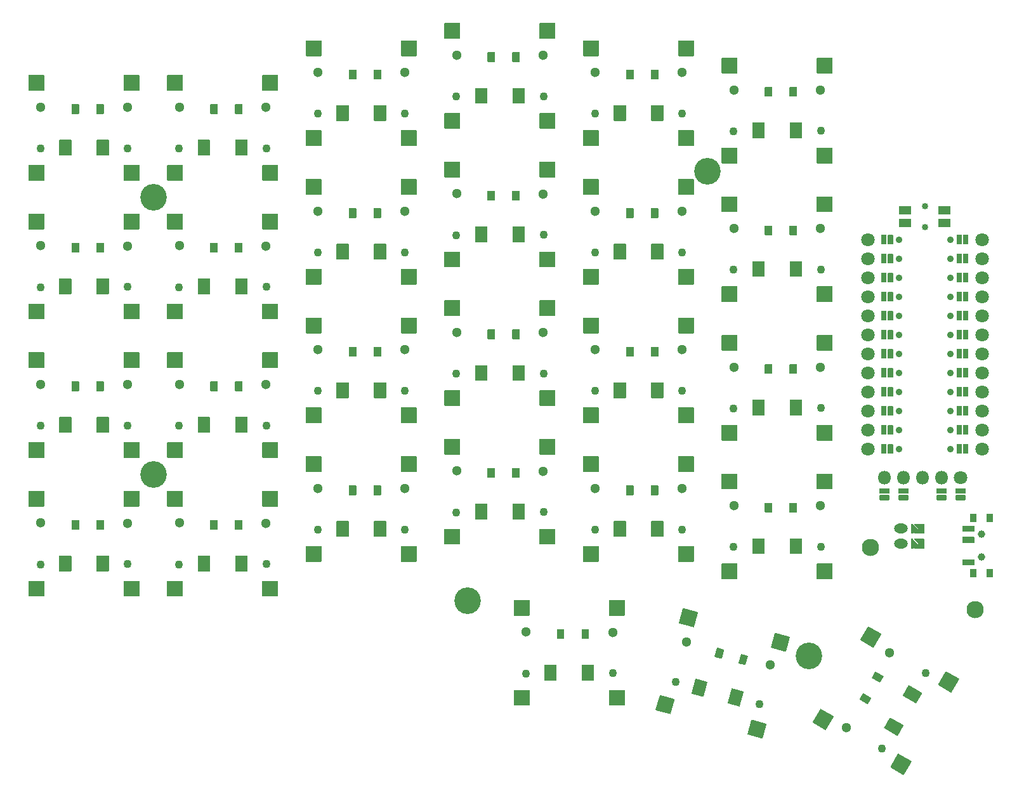
<source format=gts>
G04 #@! TF.GenerationSoftware,KiCad,Pcbnew,8.0.8+1*
G04 #@! TF.CreationDate,2025-03-02T13:34:42+00:00*
G04 #@! TF.ProjectId,zeph_wireless,7a657068-5f77-4697-9265-6c6573732e6b,0.2*
G04 #@! TF.SameCoordinates,Original*
G04 #@! TF.FileFunction,Soldermask,Top*
G04 #@! TF.FilePolarity,Negative*
%FSLAX46Y46*%
G04 Gerber Fmt 4.6, Leading zero omitted, Abs format (unit mm)*
G04 Created by KiCad (PCBNEW 8.0.8+1) date 2025-03-02 13:34:42*
%MOMM*%
%LPD*%
G01*
G04 APERTURE LIST*
%ADD10C,2.300000*%
%ADD11C,3.550000*%
%ADD12C,1.100000*%
%ADD13C,1.300000*%
%ADD14C,1.800000*%
%ADD15C,0.900000*%
%ADD16O,1.800000X1.800000*%
%ADD17C,1.000000*%
%ADD18C,0.850000*%
%ADD19O,1.850000X1.300000*%
G04 APERTURE END LIST*
D10*
X204927000Y-100463500D03*
X218969000Y-108757500D03*
D11*
X109250000Y-53750000D03*
X109250000Y-90750000D03*
X183218000Y-50298500D03*
X151157000Y-107615000D03*
X196724595Y-115006748D03*
D12*
X94200000Y-102750000D03*
D13*
X94219000Y-97227000D03*
X105800000Y-97250000D03*
D12*
X105819000Y-102727000D03*
X94200000Y-84250000D03*
D13*
X94219000Y-78727000D03*
X105800000Y-78750000D03*
D12*
X105819000Y-84227000D03*
X94200000Y-65750000D03*
D13*
X94219000Y-60227000D03*
X105800000Y-60250000D03*
D12*
X105819000Y-65727000D03*
X94200000Y-47250000D03*
D13*
X94219000Y-41727000D03*
X105800000Y-41750000D03*
D12*
X105819000Y-47227000D03*
X112700000Y-102750000D03*
D13*
X112719000Y-97227000D03*
X124300000Y-97250000D03*
D12*
X124319000Y-102727000D03*
X112700000Y-84250000D03*
D13*
X112719000Y-78727000D03*
X124300000Y-78750000D03*
D12*
X124319000Y-84227000D03*
X112700000Y-65750000D03*
D13*
X112719000Y-60227000D03*
X124300000Y-60250000D03*
D12*
X124319000Y-65727000D03*
X112700000Y-47250000D03*
D13*
X112719000Y-41727000D03*
X124300000Y-41750000D03*
D12*
X124319000Y-47227000D03*
X131200000Y-98125000D03*
D13*
X131219000Y-92602000D03*
X142800000Y-92625000D03*
D12*
X142819000Y-98102000D03*
X131200000Y-79625000D03*
D13*
X131219000Y-74102000D03*
X142800000Y-74125000D03*
D12*
X142819000Y-79602000D03*
X131200000Y-61125000D03*
D13*
X131219000Y-55602000D03*
X142800000Y-55625000D03*
D12*
X142819000Y-61102000D03*
X131200000Y-42625000D03*
D13*
X131219000Y-37102000D03*
X142800000Y-37125000D03*
D12*
X142819000Y-42602000D03*
X149700000Y-95812500D03*
D13*
X149719000Y-90289500D03*
X161300000Y-90312500D03*
D12*
X161319000Y-95789500D03*
X149700000Y-77312500D03*
D13*
X149719000Y-71789500D03*
X161300000Y-71812500D03*
D12*
X161319000Y-77289500D03*
X149700000Y-58812500D03*
D13*
X149719000Y-53289500D03*
X161300000Y-53312500D03*
D12*
X161319000Y-58789500D03*
X149700000Y-40312500D03*
D13*
X149719000Y-34789500D03*
X161300000Y-34812500D03*
D12*
X161319000Y-40289500D03*
X168200000Y-98125000D03*
D13*
X168219000Y-92602000D03*
X179800000Y-92625000D03*
D12*
X179819000Y-98102000D03*
X168200000Y-79625000D03*
D13*
X168219000Y-74102000D03*
X179800000Y-74125000D03*
D12*
X179819000Y-79602000D03*
X168200000Y-61125000D03*
D13*
X168219000Y-55602000D03*
X179800000Y-55625000D03*
D12*
X179819000Y-61102000D03*
X168200000Y-42625000D03*
D13*
X168219000Y-37102000D03*
X179800000Y-37125000D03*
D12*
X179819000Y-42602000D03*
X186700000Y-100437500D03*
D13*
X186719000Y-94914500D03*
X198300000Y-94937500D03*
D12*
X198319000Y-100414500D03*
X186700000Y-81937500D03*
D13*
X186719000Y-76414500D03*
X198300000Y-76437500D03*
D12*
X198319000Y-81914500D03*
X186700000Y-63437500D03*
D13*
X186719000Y-57914500D03*
X198300000Y-57937500D03*
D12*
X198319000Y-63414500D03*
X186700000Y-44937500D03*
D13*
X186719000Y-39414500D03*
X198300000Y-39437500D03*
D12*
X198319000Y-44914500D03*
X158950000Y-117312500D03*
D13*
X158969000Y-111789500D03*
X170550000Y-111812500D03*
D12*
X170569000Y-117289500D03*
X178935878Y-118467646D03*
D13*
X180383688Y-113137755D03*
X191564122Y-116157354D03*
D12*
X190164923Y-121452648D03*
X206495413Y-127345195D03*
D13*
X201721855Y-124567241D03*
X207532273Y-114549301D03*
D12*
X212284994Y-117271346D03*
G36*
G01*
X96675000Y-103650000D02*
X96675000Y-101650000D01*
G75*
G02*
X96725000Y-101600000I50000J0D01*
G01*
X98275000Y-101600000D01*
G75*
G02*
X98325000Y-101650000I0J-50000D01*
G01*
X98325000Y-103650000D01*
G75*
G02*
X98275000Y-103700000I-50000J0D01*
G01*
X96725000Y-103700000D01*
G75*
G02*
X96675000Y-103650000I0J50000D01*
G01*
G37*
G36*
G01*
X101675000Y-103650000D02*
X101675000Y-101650000D01*
G75*
G02*
X101725000Y-101600000I50000J0D01*
G01*
X103275000Y-101600000D01*
G75*
G02*
X103325000Y-101650000I0J-50000D01*
G01*
X103325000Y-103650000D01*
G75*
G02*
X103275000Y-103700000I-50000J0D01*
G01*
X101725000Y-103700000D01*
G75*
G02*
X101675000Y-103650000I0J50000D01*
G01*
G37*
G36*
G01*
X92600000Y-95000000D02*
X92600000Y-93000000D01*
G75*
G02*
X92650000Y-92950000I50000J0D01*
G01*
X94650000Y-92950000D01*
G75*
G02*
X94700000Y-93000000I0J-50000D01*
G01*
X94700000Y-95000000D01*
G75*
G02*
X94650000Y-95050000I-50000J0D01*
G01*
X92650000Y-95050000D01*
G75*
G02*
X92600000Y-95000000I0J50000D01*
G01*
G37*
G36*
G01*
X92600000Y-107000000D02*
X92600000Y-105000000D01*
G75*
G02*
X92650000Y-104950000I50000J0D01*
G01*
X94650000Y-104950000D01*
G75*
G02*
X94700000Y-105000000I0J-50000D01*
G01*
X94700000Y-107000000D01*
G75*
G02*
X94650000Y-107050000I-50000J0D01*
G01*
X92650000Y-107050000D01*
G75*
G02*
X92600000Y-107000000I0J50000D01*
G01*
G37*
G36*
G01*
X105300000Y-95000000D02*
X105300000Y-93000000D01*
G75*
G02*
X105350000Y-92950000I50000J0D01*
G01*
X107350000Y-92950000D01*
G75*
G02*
X107400000Y-93000000I0J-50000D01*
G01*
X107400000Y-95000000D01*
G75*
G02*
X107350000Y-95050000I-50000J0D01*
G01*
X105350000Y-95050000D01*
G75*
G02*
X105300000Y-95000000I0J50000D01*
G01*
G37*
G36*
G01*
X105300000Y-107000000D02*
X105300000Y-105000000D01*
G75*
G02*
X105350000Y-104950000I50000J0D01*
G01*
X107350000Y-104950000D01*
G75*
G02*
X107400000Y-105000000I0J-50000D01*
G01*
X107400000Y-107000000D01*
G75*
G02*
X107350000Y-107050000I-50000J0D01*
G01*
X105350000Y-107050000D01*
G75*
G02*
X105300000Y-107000000I0J50000D01*
G01*
G37*
X94200000Y-102750000D03*
D13*
X94219000Y-97227000D03*
X105800000Y-97250000D03*
D12*
X105819000Y-102727000D03*
G36*
G01*
X96675000Y-85150000D02*
X96675000Y-83150000D01*
G75*
G02*
X96725000Y-83100000I50000J0D01*
G01*
X98275000Y-83100000D01*
G75*
G02*
X98325000Y-83150000I0J-50000D01*
G01*
X98325000Y-85150000D01*
G75*
G02*
X98275000Y-85200000I-50000J0D01*
G01*
X96725000Y-85200000D01*
G75*
G02*
X96675000Y-85150000I0J50000D01*
G01*
G37*
G36*
G01*
X101675000Y-85150000D02*
X101675000Y-83150000D01*
G75*
G02*
X101725000Y-83100000I50000J0D01*
G01*
X103275000Y-83100000D01*
G75*
G02*
X103325000Y-83150000I0J-50000D01*
G01*
X103325000Y-85150000D01*
G75*
G02*
X103275000Y-85200000I-50000J0D01*
G01*
X101725000Y-85200000D01*
G75*
G02*
X101675000Y-85150000I0J50000D01*
G01*
G37*
G36*
G01*
X92600000Y-76500000D02*
X92600000Y-74500000D01*
G75*
G02*
X92650000Y-74450000I50000J0D01*
G01*
X94650000Y-74450000D01*
G75*
G02*
X94700000Y-74500000I0J-50000D01*
G01*
X94700000Y-76500000D01*
G75*
G02*
X94650000Y-76550000I-50000J0D01*
G01*
X92650000Y-76550000D01*
G75*
G02*
X92600000Y-76500000I0J50000D01*
G01*
G37*
G36*
G01*
X92600000Y-88500000D02*
X92600000Y-86500000D01*
G75*
G02*
X92650000Y-86450000I50000J0D01*
G01*
X94650000Y-86450000D01*
G75*
G02*
X94700000Y-86500000I0J-50000D01*
G01*
X94700000Y-88500000D01*
G75*
G02*
X94650000Y-88550000I-50000J0D01*
G01*
X92650000Y-88550000D01*
G75*
G02*
X92600000Y-88500000I0J50000D01*
G01*
G37*
G36*
G01*
X105300000Y-76500000D02*
X105300000Y-74500000D01*
G75*
G02*
X105350000Y-74450000I50000J0D01*
G01*
X107350000Y-74450000D01*
G75*
G02*
X107400000Y-74500000I0J-50000D01*
G01*
X107400000Y-76500000D01*
G75*
G02*
X107350000Y-76550000I-50000J0D01*
G01*
X105350000Y-76550000D01*
G75*
G02*
X105300000Y-76500000I0J50000D01*
G01*
G37*
G36*
G01*
X105300000Y-88500000D02*
X105300000Y-86500000D01*
G75*
G02*
X105350000Y-86450000I50000J0D01*
G01*
X107350000Y-86450000D01*
G75*
G02*
X107400000Y-86500000I0J-50000D01*
G01*
X107400000Y-88500000D01*
G75*
G02*
X107350000Y-88550000I-50000J0D01*
G01*
X105350000Y-88550000D01*
G75*
G02*
X105300000Y-88500000I0J50000D01*
G01*
G37*
X94200000Y-84250000D03*
D13*
X94219000Y-78727000D03*
X105800000Y-78750000D03*
D12*
X105819000Y-84227000D03*
G36*
G01*
X96675000Y-66650000D02*
X96675000Y-64650000D01*
G75*
G02*
X96725000Y-64600000I50000J0D01*
G01*
X98275000Y-64600000D01*
G75*
G02*
X98325000Y-64650000I0J-50000D01*
G01*
X98325000Y-66650000D01*
G75*
G02*
X98275000Y-66700000I-50000J0D01*
G01*
X96725000Y-66700000D01*
G75*
G02*
X96675000Y-66650000I0J50000D01*
G01*
G37*
G36*
G01*
X101675000Y-66650000D02*
X101675000Y-64650000D01*
G75*
G02*
X101725000Y-64600000I50000J0D01*
G01*
X103275000Y-64600000D01*
G75*
G02*
X103325000Y-64650000I0J-50000D01*
G01*
X103325000Y-66650000D01*
G75*
G02*
X103275000Y-66700000I-50000J0D01*
G01*
X101725000Y-66700000D01*
G75*
G02*
X101675000Y-66650000I0J50000D01*
G01*
G37*
G36*
G01*
X92600000Y-58000000D02*
X92600000Y-56000000D01*
G75*
G02*
X92650000Y-55950000I50000J0D01*
G01*
X94650000Y-55950000D01*
G75*
G02*
X94700000Y-56000000I0J-50000D01*
G01*
X94700000Y-58000000D01*
G75*
G02*
X94650000Y-58050000I-50000J0D01*
G01*
X92650000Y-58050000D01*
G75*
G02*
X92600000Y-58000000I0J50000D01*
G01*
G37*
G36*
G01*
X92600000Y-70000000D02*
X92600000Y-68000000D01*
G75*
G02*
X92650000Y-67950000I50000J0D01*
G01*
X94650000Y-67950000D01*
G75*
G02*
X94700000Y-68000000I0J-50000D01*
G01*
X94700000Y-70000000D01*
G75*
G02*
X94650000Y-70050000I-50000J0D01*
G01*
X92650000Y-70050000D01*
G75*
G02*
X92600000Y-70000000I0J50000D01*
G01*
G37*
G36*
G01*
X105300000Y-58000000D02*
X105300000Y-56000000D01*
G75*
G02*
X105350000Y-55950000I50000J0D01*
G01*
X107350000Y-55950000D01*
G75*
G02*
X107400000Y-56000000I0J-50000D01*
G01*
X107400000Y-58000000D01*
G75*
G02*
X107350000Y-58050000I-50000J0D01*
G01*
X105350000Y-58050000D01*
G75*
G02*
X105300000Y-58000000I0J50000D01*
G01*
G37*
G36*
G01*
X105300000Y-70000000D02*
X105300000Y-68000000D01*
G75*
G02*
X105350000Y-67950000I50000J0D01*
G01*
X107350000Y-67950000D01*
G75*
G02*
X107400000Y-68000000I0J-50000D01*
G01*
X107400000Y-70000000D01*
G75*
G02*
X107350000Y-70050000I-50000J0D01*
G01*
X105350000Y-70050000D01*
G75*
G02*
X105300000Y-70000000I0J50000D01*
G01*
G37*
X94200000Y-65750000D03*
D13*
X94219000Y-60227000D03*
X105800000Y-60250000D03*
D12*
X105819000Y-65727000D03*
G36*
G01*
X96675000Y-48150000D02*
X96675000Y-46150000D01*
G75*
G02*
X96725000Y-46100000I50000J0D01*
G01*
X98275000Y-46100000D01*
G75*
G02*
X98325000Y-46150000I0J-50000D01*
G01*
X98325000Y-48150000D01*
G75*
G02*
X98275000Y-48200000I-50000J0D01*
G01*
X96725000Y-48200000D01*
G75*
G02*
X96675000Y-48150000I0J50000D01*
G01*
G37*
G36*
G01*
X101675000Y-48150000D02*
X101675000Y-46150000D01*
G75*
G02*
X101725000Y-46100000I50000J0D01*
G01*
X103275000Y-46100000D01*
G75*
G02*
X103325000Y-46150000I0J-50000D01*
G01*
X103325000Y-48150000D01*
G75*
G02*
X103275000Y-48200000I-50000J0D01*
G01*
X101725000Y-48200000D01*
G75*
G02*
X101675000Y-48150000I0J50000D01*
G01*
G37*
G36*
G01*
X92600000Y-39500000D02*
X92600000Y-37500000D01*
G75*
G02*
X92650000Y-37450000I50000J0D01*
G01*
X94650000Y-37450000D01*
G75*
G02*
X94700000Y-37500000I0J-50000D01*
G01*
X94700000Y-39500000D01*
G75*
G02*
X94650000Y-39550000I-50000J0D01*
G01*
X92650000Y-39550000D01*
G75*
G02*
X92600000Y-39500000I0J50000D01*
G01*
G37*
G36*
G01*
X92600000Y-51500000D02*
X92600000Y-49500000D01*
G75*
G02*
X92650000Y-49450000I50000J0D01*
G01*
X94650000Y-49450000D01*
G75*
G02*
X94700000Y-49500000I0J-50000D01*
G01*
X94700000Y-51500000D01*
G75*
G02*
X94650000Y-51550000I-50000J0D01*
G01*
X92650000Y-51550000D01*
G75*
G02*
X92600000Y-51500000I0J50000D01*
G01*
G37*
G36*
G01*
X105300000Y-39500000D02*
X105300000Y-37500000D01*
G75*
G02*
X105350000Y-37450000I50000J0D01*
G01*
X107350000Y-37450000D01*
G75*
G02*
X107400000Y-37500000I0J-50000D01*
G01*
X107400000Y-39500000D01*
G75*
G02*
X107350000Y-39550000I-50000J0D01*
G01*
X105350000Y-39550000D01*
G75*
G02*
X105300000Y-39500000I0J50000D01*
G01*
G37*
G36*
G01*
X105300000Y-51500000D02*
X105300000Y-49500000D01*
G75*
G02*
X105350000Y-49450000I50000J0D01*
G01*
X107350000Y-49450000D01*
G75*
G02*
X107400000Y-49500000I0J-50000D01*
G01*
X107400000Y-51500000D01*
G75*
G02*
X107350000Y-51550000I-50000J0D01*
G01*
X105350000Y-51550000D01*
G75*
G02*
X105300000Y-51500000I0J50000D01*
G01*
G37*
X94200000Y-47250000D03*
D13*
X94219000Y-41727000D03*
X105800000Y-41750000D03*
D12*
X105819000Y-47227000D03*
G36*
G01*
X115175000Y-103650000D02*
X115175000Y-101650000D01*
G75*
G02*
X115225000Y-101600000I50000J0D01*
G01*
X116775000Y-101600000D01*
G75*
G02*
X116825000Y-101650000I0J-50000D01*
G01*
X116825000Y-103650000D01*
G75*
G02*
X116775000Y-103700000I-50000J0D01*
G01*
X115225000Y-103700000D01*
G75*
G02*
X115175000Y-103650000I0J50000D01*
G01*
G37*
G36*
G01*
X120175000Y-103650000D02*
X120175000Y-101650000D01*
G75*
G02*
X120225000Y-101600000I50000J0D01*
G01*
X121775000Y-101600000D01*
G75*
G02*
X121825000Y-101650000I0J-50000D01*
G01*
X121825000Y-103650000D01*
G75*
G02*
X121775000Y-103700000I-50000J0D01*
G01*
X120225000Y-103700000D01*
G75*
G02*
X120175000Y-103650000I0J50000D01*
G01*
G37*
G36*
G01*
X111100000Y-95000000D02*
X111100000Y-93000000D01*
G75*
G02*
X111150000Y-92950000I50000J0D01*
G01*
X113150000Y-92950000D01*
G75*
G02*
X113200000Y-93000000I0J-50000D01*
G01*
X113200000Y-95000000D01*
G75*
G02*
X113150000Y-95050000I-50000J0D01*
G01*
X111150000Y-95050000D01*
G75*
G02*
X111100000Y-95000000I0J50000D01*
G01*
G37*
G36*
G01*
X111100000Y-107000000D02*
X111100000Y-105000000D01*
G75*
G02*
X111150000Y-104950000I50000J0D01*
G01*
X113150000Y-104950000D01*
G75*
G02*
X113200000Y-105000000I0J-50000D01*
G01*
X113200000Y-107000000D01*
G75*
G02*
X113150000Y-107050000I-50000J0D01*
G01*
X111150000Y-107050000D01*
G75*
G02*
X111100000Y-107000000I0J50000D01*
G01*
G37*
G36*
G01*
X123800000Y-95000000D02*
X123800000Y-93000000D01*
G75*
G02*
X123850000Y-92950000I50000J0D01*
G01*
X125850000Y-92950000D01*
G75*
G02*
X125900000Y-93000000I0J-50000D01*
G01*
X125900000Y-95000000D01*
G75*
G02*
X125850000Y-95050000I-50000J0D01*
G01*
X123850000Y-95050000D01*
G75*
G02*
X123800000Y-95000000I0J50000D01*
G01*
G37*
G36*
G01*
X123800000Y-107000000D02*
X123800000Y-105000000D01*
G75*
G02*
X123850000Y-104950000I50000J0D01*
G01*
X125850000Y-104950000D01*
G75*
G02*
X125900000Y-105000000I0J-50000D01*
G01*
X125900000Y-107000000D01*
G75*
G02*
X125850000Y-107050000I-50000J0D01*
G01*
X123850000Y-107050000D01*
G75*
G02*
X123800000Y-107000000I0J50000D01*
G01*
G37*
X112700000Y-102750000D03*
D13*
X112719000Y-97227000D03*
X124300000Y-97250000D03*
D12*
X124319000Y-102727000D03*
G36*
G01*
X115175000Y-85150000D02*
X115175000Y-83150000D01*
G75*
G02*
X115225000Y-83100000I50000J0D01*
G01*
X116775000Y-83100000D01*
G75*
G02*
X116825000Y-83150000I0J-50000D01*
G01*
X116825000Y-85150000D01*
G75*
G02*
X116775000Y-85200000I-50000J0D01*
G01*
X115225000Y-85200000D01*
G75*
G02*
X115175000Y-85150000I0J50000D01*
G01*
G37*
G36*
G01*
X120175000Y-85150000D02*
X120175000Y-83150000D01*
G75*
G02*
X120225000Y-83100000I50000J0D01*
G01*
X121775000Y-83100000D01*
G75*
G02*
X121825000Y-83150000I0J-50000D01*
G01*
X121825000Y-85150000D01*
G75*
G02*
X121775000Y-85200000I-50000J0D01*
G01*
X120225000Y-85200000D01*
G75*
G02*
X120175000Y-85150000I0J50000D01*
G01*
G37*
G36*
G01*
X111100000Y-76500000D02*
X111100000Y-74500000D01*
G75*
G02*
X111150000Y-74450000I50000J0D01*
G01*
X113150000Y-74450000D01*
G75*
G02*
X113200000Y-74500000I0J-50000D01*
G01*
X113200000Y-76500000D01*
G75*
G02*
X113150000Y-76550000I-50000J0D01*
G01*
X111150000Y-76550000D01*
G75*
G02*
X111100000Y-76500000I0J50000D01*
G01*
G37*
G36*
G01*
X111100000Y-88500000D02*
X111100000Y-86500000D01*
G75*
G02*
X111150000Y-86450000I50000J0D01*
G01*
X113150000Y-86450000D01*
G75*
G02*
X113200000Y-86500000I0J-50000D01*
G01*
X113200000Y-88500000D01*
G75*
G02*
X113150000Y-88550000I-50000J0D01*
G01*
X111150000Y-88550000D01*
G75*
G02*
X111100000Y-88500000I0J50000D01*
G01*
G37*
G36*
G01*
X123800000Y-76500000D02*
X123800000Y-74500000D01*
G75*
G02*
X123850000Y-74450000I50000J0D01*
G01*
X125850000Y-74450000D01*
G75*
G02*
X125900000Y-74500000I0J-50000D01*
G01*
X125900000Y-76500000D01*
G75*
G02*
X125850000Y-76550000I-50000J0D01*
G01*
X123850000Y-76550000D01*
G75*
G02*
X123800000Y-76500000I0J50000D01*
G01*
G37*
G36*
G01*
X123800000Y-88500000D02*
X123800000Y-86500000D01*
G75*
G02*
X123850000Y-86450000I50000J0D01*
G01*
X125850000Y-86450000D01*
G75*
G02*
X125900000Y-86500000I0J-50000D01*
G01*
X125900000Y-88500000D01*
G75*
G02*
X125850000Y-88550000I-50000J0D01*
G01*
X123850000Y-88550000D01*
G75*
G02*
X123800000Y-88500000I0J50000D01*
G01*
G37*
X112700000Y-84250000D03*
D13*
X112719000Y-78727000D03*
X124300000Y-78750000D03*
D12*
X124319000Y-84227000D03*
G36*
G01*
X115175000Y-66650000D02*
X115175000Y-64650000D01*
G75*
G02*
X115225000Y-64600000I50000J0D01*
G01*
X116775000Y-64600000D01*
G75*
G02*
X116825000Y-64650000I0J-50000D01*
G01*
X116825000Y-66650000D01*
G75*
G02*
X116775000Y-66700000I-50000J0D01*
G01*
X115225000Y-66700000D01*
G75*
G02*
X115175000Y-66650000I0J50000D01*
G01*
G37*
G36*
G01*
X120175000Y-66650000D02*
X120175000Y-64650000D01*
G75*
G02*
X120225000Y-64600000I50000J0D01*
G01*
X121775000Y-64600000D01*
G75*
G02*
X121825000Y-64650000I0J-50000D01*
G01*
X121825000Y-66650000D01*
G75*
G02*
X121775000Y-66700000I-50000J0D01*
G01*
X120225000Y-66700000D01*
G75*
G02*
X120175000Y-66650000I0J50000D01*
G01*
G37*
G36*
G01*
X111100000Y-58000000D02*
X111100000Y-56000000D01*
G75*
G02*
X111150000Y-55950000I50000J0D01*
G01*
X113150000Y-55950000D01*
G75*
G02*
X113200000Y-56000000I0J-50000D01*
G01*
X113200000Y-58000000D01*
G75*
G02*
X113150000Y-58050000I-50000J0D01*
G01*
X111150000Y-58050000D01*
G75*
G02*
X111100000Y-58000000I0J50000D01*
G01*
G37*
G36*
G01*
X111100000Y-70000000D02*
X111100000Y-68000000D01*
G75*
G02*
X111150000Y-67950000I50000J0D01*
G01*
X113150000Y-67950000D01*
G75*
G02*
X113200000Y-68000000I0J-50000D01*
G01*
X113200000Y-70000000D01*
G75*
G02*
X113150000Y-70050000I-50000J0D01*
G01*
X111150000Y-70050000D01*
G75*
G02*
X111100000Y-70000000I0J50000D01*
G01*
G37*
G36*
G01*
X123800000Y-58000000D02*
X123800000Y-56000000D01*
G75*
G02*
X123850000Y-55950000I50000J0D01*
G01*
X125850000Y-55950000D01*
G75*
G02*
X125900000Y-56000000I0J-50000D01*
G01*
X125900000Y-58000000D01*
G75*
G02*
X125850000Y-58050000I-50000J0D01*
G01*
X123850000Y-58050000D01*
G75*
G02*
X123800000Y-58000000I0J50000D01*
G01*
G37*
G36*
G01*
X123800000Y-70000000D02*
X123800000Y-68000000D01*
G75*
G02*
X123850000Y-67950000I50000J0D01*
G01*
X125850000Y-67950000D01*
G75*
G02*
X125900000Y-68000000I0J-50000D01*
G01*
X125900000Y-70000000D01*
G75*
G02*
X125850000Y-70050000I-50000J0D01*
G01*
X123850000Y-70050000D01*
G75*
G02*
X123800000Y-70000000I0J50000D01*
G01*
G37*
X112700000Y-65750000D03*
D13*
X112719000Y-60227000D03*
X124300000Y-60250000D03*
D12*
X124319000Y-65727000D03*
G36*
G01*
X115175000Y-48150000D02*
X115175000Y-46150000D01*
G75*
G02*
X115225000Y-46100000I50000J0D01*
G01*
X116775000Y-46100000D01*
G75*
G02*
X116825000Y-46150000I0J-50000D01*
G01*
X116825000Y-48150000D01*
G75*
G02*
X116775000Y-48200000I-50000J0D01*
G01*
X115225000Y-48200000D01*
G75*
G02*
X115175000Y-48150000I0J50000D01*
G01*
G37*
G36*
G01*
X120175000Y-48150000D02*
X120175000Y-46150000D01*
G75*
G02*
X120225000Y-46100000I50000J0D01*
G01*
X121775000Y-46100000D01*
G75*
G02*
X121825000Y-46150000I0J-50000D01*
G01*
X121825000Y-48150000D01*
G75*
G02*
X121775000Y-48200000I-50000J0D01*
G01*
X120225000Y-48200000D01*
G75*
G02*
X120175000Y-48150000I0J50000D01*
G01*
G37*
G36*
G01*
X111100000Y-39500000D02*
X111100000Y-37500000D01*
G75*
G02*
X111150000Y-37450000I50000J0D01*
G01*
X113150000Y-37450000D01*
G75*
G02*
X113200000Y-37500000I0J-50000D01*
G01*
X113200000Y-39500000D01*
G75*
G02*
X113150000Y-39550000I-50000J0D01*
G01*
X111150000Y-39550000D01*
G75*
G02*
X111100000Y-39500000I0J50000D01*
G01*
G37*
G36*
G01*
X111100000Y-51500000D02*
X111100000Y-49500000D01*
G75*
G02*
X111150000Y-49450000I50000J0D01*
G01*
X113150000Y-49450000D01*
G75*
G02*
X113200000Y-49500000I0J-50000D01*
G01*
X113200000Y-51500000D01*
G75*
G02*
X113150000Y-51550000I-50000J0D01*
G01*
X111150000Y-51550000D01*
G75*
G02*
X111100000Y-51500000I0J50000D01*
G01*
G37*
G36*
G01*
X123800000Y-39500000D02*
X123800000Y-37500000D01*
G75*
G02*
X123850000Y-37450000I50000J0D01*
G01*
X125850000Y-37450000D01*
G75*
G02*
X125900000Y-37500000I0J-50000D01*
G01*
X125900000Y-39500000D01*
G75*
G02*
X125850000Y-39550000I-50000J0D01*
G01*
X123850000Y-39550000D01*
G75*
G02*
X123800000Y-39500000I0J50000D01*
G01*
G37*
G36*
G01*
X123800000Y-51500000D02*
X123800000Y-49500000D01*
G75*
G02*
X123850000Y-49450000I50000J0D01*
G01*
X125850000Y-49450000D01*
G75*
G02*
X125900000Y-49500000I0J-50000D01*
G01*
X125900000Y-51500000D01*
G75*
G02*
X125850000Y-51550000I-50000J0D01*
G01*
X123850000Y-51550000D01*
G75*
G02*
X123800000Y-51500000I0J50000D01*
G01*
G37*
X112700000Y-47250000D03*
D13*
X112719000Y-41727000D03*
X124300000Y-41750000D03*
D12*
X124319000Y-47227000D03*
G36*
G01*
X133675000Y-99025000D02*
X133675000Y-97025000D01*
G75*
G02*
X133725000Y-96975000I50000J0D01*
G01*
X135275000Y-96975000D01*
G75*
G02*
X135325000Y-97025000I0J-50000D01*
G01*
X135325000Y-99025000D01*
G75*
G02*
X135275000Y-99075000I-50000J0D01*
G01*
X133725000Y-99075000D01*
G75*
G02*
X133675000Y-99025000I0J50000D01*
G01*
G37*
G36*
G01*
X138675000Y-99025000D02*
X138675000Y-97025000D01*
G75*
G02*
X138725000Y-96975000I50000J0D01*
G01*
X140275000Y-96975000D01*
G75*
G02*
X140325000Y-97025000I0J-50000D01*
G01*
X140325000Y-99025000D01*
G75*
G02*
X140275000Y-99075000I-50000J0D01*
G01*
X138725000Y-99075000D01*
G75*
G02*
X138675000Y-99025000I0J50000D01*
G01*
G37*
G36*
G01*
X129600000Y-90375000D02*
X129600000Y-88375000D01*
G75*
G02*
X129650000Y-88325000I50000J0D01*
G01*
X131650000Y-88325000D01*
G75*
G02*
X131700000Y-88375000I0J-50000D01*
G01*
X131700000Y-90375000D01*
G75*
G02*
X131650000Y-90425000I-50000J0D01*
G01*
X129650000Y-90425000D01*
G75*
G02*
X129600000Y-90375000I0J50000D01*
G01*
G37*
G36*
G01*
X129600000Y-102375000D02*
X129600000Y-100375000D01*
G75*
G02*
X129650000Y-100325000I50000J0D01*
G01*
X131650000Y-100325000D01*
G75*
G02*
X131700000Y-100375000I0J-50000D01*
G01*
X131700000Y-102375000D01*
G75*
G02*
X131650000Y-102425000I-50000J0D01*
G01*
X129650000Y-102425000D01*
G75*
G02*
X129600000Y-102375000I0J50000D01*
G01*
G37*
G36*
G01*
X142300000Y-90375000D02*
X142300000Y-88375000D01*
G75*
G02*
X142350000Y-88325000I50000J0D01*
G01*
X144350000Y-88325000D01*
G75*
G02*
X144400000Y-88375000I0J-50000D01*
G01*
X144400000Y-90375000D01*
G75*
G02*
X144350000Y-90425000I-50000J0D01*
G01*
X142350000Y-90425000D01*
G75*
G02*
X142300000Y-90375000I0J50000D01*
G01*
G37*
G36*
G01*
X142300000Y-102375000D02*
X142300000Y-100375000D01*
G75*
G02*
X142350000Y-100325000I50000J0D01*
G01*
X144350000Y-100325000D01*
G75*
G02*
X144400000Y-100375000I0J-50000D01*
G01*
X144400000Y-102375000D01*
G75*
G02*
X144350000Y-102425000I-50000J0D01*
G01*
X142350000Y-102425000D01*
G75*
G02*
X142300000Y-102375000I0J50000D01*
G01*
G37*
X131200000Y-98125000D03*
D13*
X131219000Y-92602000D03*
X142800000Y-92625000D03*
D12*
X142819000Y-98102000D03*
G36*
G01*
X133675000Y-80525000D02*
X133675000Y-78525000D01*
G75*
G02*
X133725000Y-78475000I50000J0D01*
G01*
X135275000Y-78475000D01*
G75*
G02*
X135325000Y-78525000I0J-50000D01*
G01*
X135325000Y-80525000D01*
G75*
G02*
X135275000Y-80575000I-50000J0D01*
G01*
X133725000Y-80575000D01*
G75*
G02*
X133675000Y-80525000I0J50000D01*
G01*
G37*
G36*
G01*
X138675000Y-80525000D02*
X138675000Y-78525000D01*
G75*
G02*
X138725000Y-78475000I50000J0D01*
G01*
X140275000Y-78475000D01*
G75*
G02*
X140325000Y-78525000I0J-50000D01*
G01*
X140325000Y-80525000D01*
G75*
G02*
X140275000Y-80575000I-50000J0D01*
G01*
X138725000Y-80575000D01*
G75*
G02*
X138675000Y-80525000I0J50000D01*
G01*
G37*
G36*
G01*
X129600000Y-71875000D02*
X129600000Y-69875000D01*
G75*
G02*
X129650000Y-69825000I50000J0D01*
G01*
X131650000Y-69825000D01*
G75*
G02*
X131700000Y-69875000I0J-50000D01*
G01*
X131700000Y-71875000D01*
G75*
G02*
X131650000Y-71925000I-50000J0D01*
G01*
X129650000Y-71925000D01*
G75*
G02*
X129600000Y-71875000I0J50000D01*
G01*
G37*
G36*
G01*
X129600000Y-83875000D02*
X129600000Y-81875000D01*
G75*
G02*
X129650000Y-81825000I50000J0D01*
G01*
X131650000Y-81825000D01*
G75*
G02*
X131700000Y-81875000I0J-50000D01*
G01*
X131700000Y-83875000D01*
G75*
G02*
X131650000Y-83925000I-50000J0D01*
G01*
X129650000Y-83925000D01*
G75*
G02*
X129600000Y-83875000I0J50000D01*
G01*
G37*
G36*
G01*
X142300000Y-71875000D02*
X142300000Y-69875000D01*
G75*
G02*
X142350000Y-69825000I50000J0D01*
G01*
X144350000Y-69825000D01*
G75*
G02*
X144400000Y-69875000I0J-50000D01*
G01*
X144400000Y-71875000D01*
G75*
G02*
X144350000Y-71925000I-50000J0D01*
G01*
X142350000Y-71925000D01*
G75*
G02*
X142300000Y-71875000I0J50000D01*
G01*
G37*
G36*
G01*
X142300000Y-83875000D02*
X142300000Y-81875000D01*
G75*
G02*
X142350000Y-81825000I50000J0D01*
G01*
X144350000Y-81825000D01*
G75*
G02*
X144400000Y-81875000I0J-50000D01*
G01*
X144400000Y-83875000D01*
G75*
G02*
X144350000Y-83925000I-50000J0D01*
G01*
X142350000Y-83925000D01*
G75*
G02*
X142300000Y-83875000I0J50000D01*
G01*
G37*
X131200000Y-79625000D03*
D13*
X131219000Y-74102000D03*
X142800000Y-74125000D03*
D12*
X142819000Y-79602000D03*
G36*
G01*
X133675000Y-62025000D02*
X133675000Y-60025000D01*
G75*
G02*
X133725000Y-59975000I50000J0D01*
G01*
X135275000Y-59975000D01*
G75*
G02*
X135325000Y-60025000I0J-50000D01*
G01*
X135325000Y-62025000D01*
G75*
G02*
X135275000Y-62075000I-50000J0D01*
G01*
X133725000Y-62075000D01*
G75*
G02*
X133675000Y-62025000I0J50000D01*
G01*
G37*
G36*
G01*
X138675000Y-62025000D02*
X138675000Y-60025000D01*
G75*
G02*
X138725000Y-59975000I50000J0D01*
G01*
X140275000Y-59975000D01*
G75*
G02*
X140325000Y-60025000I0J-50000D01*
G01*
X140325000Y-62025000D01*
G75*
G02*
X140275000Y-62075000I-50000J0D01*
G01*
X138725000Y-62075000D01*
G75*
G02*
X138675000Y-62025000I0J50000D01*
G01*
G37*
G36*
G01*
X129600000Y-53375000D02*
X129600000Y-51375000D01*
G75*
G02*
X129650000Y-51325000I50000J0D01*
G01*
X131650000Y-51325000D01*
G75*
G02*
X131700000Y-51375000I0J-50000D01*
G01*
X131700000Y-53375000D01*
G75*
G02*
X131650000Y-53425000I-50000J0D01*
G01*
X129650000Y-53425000D01*
G75*
G02*
X129600000Y-53375000I0J50000D01*
G01*
G37*
G36*
G01*
X129600000Y-65375000D02*
X129600000Y-63375000D01*
G75*
G02*
X129650000Y-63325000I50000J0D01*
G01*
X131650000Y-63325000D01*
G75*
G02*
X131700000Y-63375000I0J-50000D01*
G01*
X131700000Y-65375000D01*
G75*
G02*
X131650000Y-65425000I-50000J0D01*
G01*
X129650000Y-65425000D01*
G75*
G02*
X129600000Y-65375000I0J50000D01*
G01*
G37*
G36*
G01*
X142300000Y-53375000D02*
X142300000Y-51375000D01*
G75*
G02*
X142350000Y-51325000I50000J0D01*
G01*
X144350000Y-51325000D01*
G75*
G02*
X144400000Y-51375000I0J-50000D01*
G01*
X144400000Y-53375000D01*
G75*
G02*
X144350000Y-53425000I-50000J0D01*
G01*
X142350000Y-53425000D01*
G75*
G02*
X142300000Y-53375000I0J50000D01*
G01*
G37*
G36*
G01*
X142300000Y-65375000D02*
X142300000Y-63375000D01*
G75*
G02*
X142350000Y-63325000I50000J0D01*
G01*
X144350000Y-63325000D01*
G75*
G02*
X144400000Y-63375000I0J-50000D01*
G01*
X144400000Y-65375000D01*
G75*
G02*
X144350000Y-65425000I-50000J0D01*
G01*
X142350000Y-65425000D01*
G75*
G02*
X142300000Y-65375000I0J50000D01*
G01*
G37*
X131200000Y-61125000D03*
D13*
X131219000Y-55602000D03*
X142800000Y-55625000D03*
D12*
X142819000Y-61102000D03*
G36*
G01*
X133675000Y-43525000D02*
X133675000Y-41525000D01*
G75*
G02*
X133725000Y-41475000I50000J0D01*
G01*
X135275000Y-41475000D01*
G75*
G02*
X135325000Y-41525000I0J-50000D01*
G01*
X135325000Y-43525000D01*
G75*
G02*
X135275000Y-43575000I-50000J0D01*
G01*
X133725000Y-43575000D01*
G75*
G02*
X133675000Y-43525000I0J50000D01*
G01*
G37*
G36*
G01*
X138675000Y-43525000D02*
X138675000Y-41525000D01*
G75*
G02*
X138725000Y-41475000I50000J0D01*
G01*
X140275000Y-41475000D01*
G75*
G02*
X140325000Y-41525000I0J-50000D01*
G01*
X140325000Y-43525000D01*
G75*
G02*
X140275000Y-43575000I-50000J0D01*
G01*
X138725000Y-43575000D01*
G75*
G02*
X138675000Y-43525000I0J50000D01*
G01*
G37*
G36*
G01*
X129600000Y-34875000D02*
X129600000Y-32875000D01*
G75*
G02*
X129650000Y-32825000I50000J0D01*
G01*
X131650000Y-32825000D01*
G75*
G02*
X131700000Y-32875000I0J-50000D01*
G01*
X131700000Y-34875000D01*
G75*
G02*
X131650000Y-34925000I-50000J0D01*
G01*
X129650000Y-34925000D01*
G75*
G02*
X129600000Y-34875000I0J50000D01*
G01*
G37*
G36*
G01*
X129600000Y-46875000D02*
X129600000Y-44875000D01*
G75*
G02*
X129650000Y-44825000I50000J0D01*
G01*
X131650000Y-44825000D01*
G75*
G02*
X131700000Y-44875000I0J-50000D01*
G01*
X131700000Y-46875000D01*
G75*
G02*
X131650000Y-46925000I-50000J0D01*
G01*
X129650000Y-46925000D01*
G75*
G02*
X129600000Y-46875000I0J50000D01*
G01*
G37*
G36*
G01*
X142300000Y-34875000D02*
X142300000Y-32875000D01*
G75*
G02*
X142350000Y-32825000I50000J0D01*
G01*
X144350000Y-32825000D01*
G75*
G02*
X144400000Y-32875000I0J-50000D01*
G01*
X144400000Y-34875000D01*
G75*
G02*
X144350000Y-34925000I-50000J0D01*
G01*
X142350000Y-34925000D01*
G75*
G02*
X142300000Y-34875000I0J50000D01*
G01*
G37*
G36*
G01*
X142300000Y-46875000D02*
X142300000Y-44875000D01*
G75*
G02*
X142350000Y-44825000I50000J0D01*
G01*
X144350000Y-44825000D01*
G75*
G02*
X144400000Y-44875000I0J-50000D01*
G01*
X144400000Y-46875000D01*
G75*
G02*
X144350000Y-46925000I-50000J0D01*
G01*
X142350000Y-46925000D01*
G75*
G02*
X142300000Y-46875000I0J50000D01*
G01*
G37*
X131200000Y-42625000D03*
D13*
X131219000Y-37102000D03*
X142800000Y-37125000D03*
D12*
X142819000Y-42602000D03*
G36*
G01*
X152175000Y-96712500D02*
X152175000Y-94712500D01*
G75*
G02*
X152225000Y-94662500I50000J0D01*
G01*
X153775000Y-94662500D01*
G75*
G02*
X153825000Y-94712500I0J-50000D01*
G01*
X153825000Y-96712500D01*
G75*
G02*
X153775000Y-96762500I-50000J0D01*
G01*
X152225000Y-96762500D01*
G75*
G02*
X152175000Y-96712500I0J50000D01*
G01*
G37*
G36*
G01*
X157175000Y-96712500D02*
X157175000Y-94712500D01*
G75*
G02*
X157225000Y-94662500I50000J0D01*
G01*
X158775000Y-94662500D01*
G75*
G02*
X158825000Y-94712500I0J-50000D01*
G01*
X158825000Y-96712500D01*
G75*
G02*
X158775000Y-96762500I-50000J0D01*
G01*
X157225000Y-96762500D01*
G75*
G02*
X157175000Y-96712500I0J50000D01*
G01*
G37*
G36*
G01*
X148100000Y-88062500D02*
X148100000Y-86062500D01*
G75*
G02*
X148150000Y-86012500I50000J0D01*
G01*
X150150000Y-86012500D01*
G75*
G02*
X150200000Y-86062500I0J-50000D01*
G01*
X150200000Y-88062500D01*
G75*
G02*
X150150000Y-88112500I-50000J0D01*
G01*
X148150000Y-88112500D01*
G75*
G02*
X148100000Y-88062500I0J50000D01*
G01*
G37*
G36*
G01*
X148100000Y-100062500D02*
X148100000Y-98062500D01*
G75*
G02*
X148150000Y-98012500I50000J0D01*
G01*
X150150000Y-98012500D01*
G75*
G02*
X150200000Y-98062500I0J-50000D01*
G01*
X150200000Y-100062500D01*
G75*
G02*
X150150000Y-100112500I-50000J0D01*
G01*
X148150000Y-100112500D01*
G75*
G02*
X148100000Y-100062500I0J50000D01*
G01*
G37*
G36*
G01*
X160800000Y-88062500D02*
X160800000Y-86062500D01*
G75*
G02*
X160850000Y-86012500I50000J0D01*
G01*
X162850000Y-86012500D01*
G75*
G02*
X162900000Y-86062500I0J-50000D01*
G01*
X162900000Y-88062500D01*
G75*
G02*
X162850000Y-88112500I-50000J0D01*
G01*
X160850000Y-88112500D01*
G75*
G02*
X160800000Y-88062500I0J50000D01*
G01*
G37*
G36*
G01*
X160800000Y-100062500D02*
X160800000Y-98062500D01*
G75*
G02*
X160850000Y-98012500I50000J0D01*
G01*
X162850000Y-98012500D01*
G75*
G02*
X162900000Y-98062500I0J-50000D01*
G01*
X162900000Y-100062500D01*
G75*
G02*
X162850000Y-100112500I-50000J0D01*
G01*
X160850000Y-100112500D01*
G75*
G02*
X160800000Y-100062500I0J50000D01*
G01*
G37*
X149700000Y-95812500D03*
D13*
X149719000Y-90289500D03*
X161300000Y-90312500D03*
D12*
X161319000Y-95789500D03*
G36*
G01*
X152175000Y-78212500D02*
X152175000Y-76212500D01*
G75*
G02*
X152225000Y-76162500I50000J0D01*
G01*
X153775000Y-76162500D01*
G75*
G02*
X153825000Y-76212500I0J-50000D01*
G01*
X153825000Y-78212500D01*
G75*
G02*
X153775000Y-78262500I-50000J0D01*
G01*
X152225000Y-78262500D01*
G75*
G02*
X152175000Y-78212500I0J50000D01*
G01*
G37*
G36*
G01*
X157175000Y-78212500D02*
X157175000Y-76212500D01*
G75*
G02*
X157225000Y-76162500I50000J0D01*
G01*
X158775000Y-76162500D01*
G75*
G02*
X158825000Y-76212500I0J-50000D01*
G01*
X158825000Y-78212500D01*
G75*
G02*
X158775000Y-78262500I-50000J0D01*
G01*
X157225000Y-78262500D01*
G75*
G02*
X157175000Y-78212500I0J50000D01*
G01*
G37*
G36*
G01*
X148100000Y-69562500D02*
X148100000Y-67562500D01*
G75*
G02*
X148150000Y-67512500I50000J0D01*
G01*
X150150000Y-67512500D01*
G75*
G02*
X150200000Y-67562500I0J-50000D01*
G01*
X150200000Y-69562500D01*
G75*
G02*
X150150000Y-69612500I-50000J0D01*
G01*
X148150000Y-69612500D01*
G75*
G02*
X148100000Y-69562500I0J50000D01*
G01*
G37*
G36*
G01*
X148100000Y-81562500D02*
X148100000Y-79562500D01*
G75*
G02*
X148150000Y-79512500I50000J0D01*
G01*
X150150000Y-79512500D01*
G75*
G02*
X150200000Y-79562500I0J-50000D01*
G01*
X150200000Y-81562500D01*
G75*
G02*
X150150000Y-81612500I-50000J0D01*
G01*
X148150000Y-81612500D01*
G75*
G02*
X148100000Y-81562500I0J50000D01*
G01*
G37*
G36*
G01*
X160800000Y-69562500D02*
X160800000Y-67562500D01*
G75*
G02*
X160850000Y-67512500I50000J0D01*
G01*
X162850000Y-67512500D01*
G75*
G02*
X162900000Y-67562500I0J-50000D01*
G01*
X162900000Y-69562500D01*
G75*
G02*
X162850000Y-69612500I-50000J0D01*
G01*
X160850000Y-69612500D01*
G75*
G02*
X160800000Y-69562500I0J50000D01*
G01*
G37*
G36*
G01*
X160800000Y-81562500D02*
X160800000Y-79562500D01*
G75*
G02*
X160850000Y-79512500I50000J0D01*
G01*
X162850000Y-79512500D01*
G75*
G02*
X162900000Y-79562500I0J-50000D01*
G01*
X162900000Y-81562500D01*
G75*
G02*
X162850000Y-81612500I-50000J0D01*
G01*
X160850000Y-81612500D01*
G75*
G02*
X160800000Y-81562500I0J50000D01*
G01*
G37*
X149700000Y-77312500D03*
D13*
X149719000Y-71789500D03*
X161300000Y-71812500D03*
D12*
X161319000Y-77289500D03*
G36*
G01*
X152175000Y-59712500D02*
X152175000Y-57712500D01*
G75*
G02*
X152225000Y-57662500I50000J0D01*
G01*
X153775000Y-57662500D01*
G75*
G02*
X153825000Y-57712500I0J-50000D01*
G01*
X153825000Y-59712500D01*
G75*
G02*
X153775000Y-59762500I-50000J0D01*
G01*
X152225000Y-59762500D01*
G75*
G02*
X152175000Y-59712500I0J50000D01*
G01*
G37*
G36*
G01*
X157175000Y-59712500D02*
X157175000Y-57712500D01*
G75*
G02*
X157225000Y-57662500I50000J0D01*
G01*
X158775000Y-57662500D01*
G75*
G02*
X158825000Y-57712500I0J-50000D01*
G01*
X158825000Y-59712500D01*
G75*
G02*
X158775000Y-59762500I-50000J0D01*
G01*
X157225000Y-59762500D01*
G75*
G02*
X157175000Y-59712500I0J50000D01*
G01*
G37*
G36*
G01*
X148100000Y-51062500D02*
X148100000Y-49062500D01*
G75*
G02*
X148150000Y-49012500I50000J0D01*
G01*
X150150000Y-49012500D01*
G75*
G02*
X150200000Y-49062500I0J-50000D01*
G01*
X150200000Y-51062500D01*
G75*
G02*
X150150000Y-51112500I-50000J0D01*
G01*
X148150000Y-51112500D01*
G75*
G02*
X148100000Y-51062500I0J50000D01*
G01*
G37*
G36*
G01*
X148100000Y-63062500D02*
X148100000Y-61062500D01*
G75*
G02*
X148150000Y-61012500I50000J0D01*
G01*
X150150000Y-61012500D01*
G75*
G02*
X150200000Y-61062500I0J-50000D01*
G01*
X150200000Y-63062500D01*
G75*
G02*
X150150000Y-63112500I-50000J0D01*
G01*
X148150000Y-63112500D01*
G75*
G02*
X148100000Y-63062500I0J50000D01*
G01*
G37*
G36*
G01*
X160800000Y-51062500D02*
X160800000Y-49062500D01*
G75*
G02*
X160850000Y-49012500I50000J0D01*
G01*
X162850000Y-49012500D01*
G75*
G02*
X162900000Y-49062500I0J-50000D01*
G01*
X162900000Y-51062500D01*
G75*
G02*
X162850000Y-51112500I-50000J0D01*
G01*
X160850000Y-51112500D01*
G75*
G02*
X160800000Y-51062500I0J50000D01*
G01*
G37*
G36*
G01*
X160800000Y-63062500D02*
X160800000Y-61062500D01*
G75*
G02*
X160850000Y-61012500I50000J0D01*
G01*
X162850000Y-61012500D01*
G75*
G02*
X162900000Y-61062500I0J-50000D01*
G01*
X162900000Y-63062500D01*
G75*
G02*
X162850000Y-63112500I-50000J0D01*
G01*
X160850000Y-63112500D01*
G75*
G02*
X160800000Y-63062500I0J50000D01*
G01*
G37*
X149700000Y-58812500D03*
D13*
X149719000Y-53289500D03*
X161300000Y-53312500D03*
D12*
X161319000Y-58789500D03*
G36*
G01*
X152175000Y-41212500D02*
X152175000Y-39212500D01*
G75*
G02*
X152225000Y-39162500I50000J0D01*
G01*
X153775000Y-39162500D01*
G75*
G02*
X153825000Y-39212500I0J-50000D01*
G01*
X153825000Y-41212500D01*
G75*
G02*
X153775000Y-41262500I-50000J0D01*
G01*
X152225000Y-41262500D01*
G75*
G02*
X152175000Y-41212500I0J50000D01*
G01*
G37*
G36*
G01*
X157175000Y-41212500D02*
X157175000Y-39212500D01*
G75*
G02*
X157225000Y-39162500I50000J0D01*
G01*
X158775000Y-39162500D01*
G75*
G02*
X158825000Y-39212500I0J-50000D01*
G01*
X158825000Y-41212500D01*
G75*
G02*
X158775000Y-41262500I-50000J0D01*
G01*
X157225000Y-41262500D01*
G75*
G02*
X157175000Y-41212500I0J50000D01*
G01*
G37*
G36*
G01*
X148100000Y-32562500D02*
X148100000Y-30562500D01*
G75*
G02*
X148150000Y-30512500I50000J0D01*
G01*
X150150000Y-30512500D01*
G75*
G02*
X150200000Y-30562500I0J-50000D01*
G01*
X150200000Y-32562500D01*
G75*
G02*
X150150000Y-32612500I-50000J0D01*
G01*
X148150000Y-32612500D01*
G75*
G02*
X148100000Y-32562500I0J50000D01*
G01*
G37*
G36*
G01*
X148100000Y-44562500D02*
X148100000Y-42562500D01*
G75*
G02*
X148150000Y-42512500I50000J0D01*
G01*
X150150000Y-42512500D01*
G75*
G02*
X150200000Y-42562500I0J-50000D01*
G01*
X150200000Y-44562500D01*
G75*
G02*
X150150000Y-44612500I-50000J0D01*
G01*
X148150000Y-44612500D01*
G75*
G02*
X148100000Y-44562500I0J50000D01*
G01*
G37*
G36*
G01*
X160800000Y-32562500D02*
X160800000Y-30562500D01*
G75*
G02*
X160850000Y-30512500I50000J0D01*
G01*
X162850000Y-30512500D01*
G75*
G02*
X162900000Y-30562500I0J-50000D01*
G01*
X162900000Y-32562500D01*
G75*
G02*
X162850000Y-32612500I-50000J0D01*
G01*
X160850000Y-32612500D01*
G75*
G02*
X160800000Y-32562500I0J50000D01*
G01*
G37*
G36*
G01*
X160800000Y-44562500D02*
X160800000Y-42562500D01*
G75*
G02*
X160850000Y-42512500I50000J0D01*
G01*
X162850000Y-42512500D01*
G75*
G02*
X162900000Y-42562500I0J-50000D01*
G01*
X162900000Y-44562500D01*
G75*
G02*
X162850000Y-44612500I-50000J0D01*
G01*
X160850000Y-44612500D01*
G75*
G02*
X160800000Y-44562500I0J50000D01*
G01*
G37*
X149700000Y-40312500D03*
D13*
X149719000Y-34789500D03*
X161300000Y-34812500D03*
D12*
X161319000Y-40289500D03*
G36*
G01*
X170675000Y-99025000D02*
X170675000Y-97025000D01*
G75*
G02*
X170725000Y-96975000I50000J0D01*
G01*
X172275000Y-96975000D01*
G75*
G02*
X172325000Y-97025000I0J-50000D01*
G01*
X172325000Y-99025000D01*
G75*
G02*
X172275000Y-99075000I-50000J0D01*
G01*
X170725000Y-99075000D01*
G75*
G02*
X170675000Y-99025000I0J50000D01*
G01*
G37*
G36*
G01*
X175675000Y-99025000D02*
X175675000Y-97025000D01*
G75*
G02*
X175725000Y-96975000I50000J0D01*
G01*
X177275000Y-96975000D01*
G75*
G02*
X177325000Y-97025000I0J-50000D01*
G01*
X177325000Y-99025000D01*
G75*
G02*
X177275000Y-99075000I-50000J0D01*
G01*
X175725000Y-99075000D01*
G75*
G02*
X175675000Y-99025000I0J50000D01*
G01*
G37*
G36*
G01*
X166600000Y-90375000D02*
X166600000Y-88375000D01*
G75*
G02*
X166650000Y-88325000I50000J0D01*
G01*
X168650000Y-88325000D01*
G75*
G02*
X168700000Y-88375000I0J-50000D01*
G01*
X168700000Y-90375000D01*
G75*
G02*
X168650000Y-90425000I-50000J0D01*
G01*
X166650000Y-90425000D01*
G75*
G02*
X166600000Y-90375000I0J50000D01*
G01*
G37*
G36*
G01*
X166600000Y-102375000D02*
X166600000Y-100375000D01*
G75*
G02*
X166650000Y-100325000I50000J0D01*
G01*
X168650000Y-100325000D01*
G75*
G02*
X168700000Y-100375000I0J-50000D01*
G01*
X168700000Y-102375000D01*
G75*
G02*
X168650000Y-102425000I-50000J0D01*
G01*
X166650000Y-102425000D01*
G75*
G02*
X166600000Y-102375000I0J50000D01*
G01*
G37*
G36*
G01*
X179300000Y-90375000D02*
X179300000Y-88375000D01*
G75*
G02*
X179350000Y-88325000I50000J0D01*
G01*
X181350000Y-88325000D01*
G75*
G02*
X181400000Y-88375000I0J-50000D01*
G01*
X181400000Y-90375000D01*
G75*
G02*
X181350000Y-90425000I-50000J0D01*
G01*
X179350000Y-90425000D01*
G75*
G02*
X179300000Y-90375000I0J50000D01*
G01*
G37*
G36*
G01*
X179300000Y-102375000D02*
X179300000Y-100375000D01*
G75*
G02*
X179350000Y-100325000I50000J0D01*
G01*
X181350000Y-100325000D01*
G75*
G02*
X181400000Y-100375000I0J-50000D01*
G01*
X181400000Y-102375000D01*
G75*
G02*
X181350000Y-102425000I-50000J0D01*
G01*
X179350000Y-102425000D01*
G75*
G02*
X179300000Y-102375000I0J50000D01*
G01*
G37*
X168200000Y-98125000D03*
D13*
X168219000Y-92602000D03*
X179800000Y-92625000D03*
D12*
X179819000Y-98102000D03*
G36*
G01*
X170675000Y-80525000D02*
X170675000Y-78525000D01*
G75*
G02*
X170725000Y-78475000I50000J0D01*
G01*
X172275000Y-78475000D01*
G75*
G02*
X172325000Y-78525000I0J-50000D01*
G01*
X172325000Y-80525000D01*
G75*
G02*
X172275000Y-80575000I-50000J0D01*
G01*
X170725000Y-80575000D01*
G75*
G02*
X170675000Y-80525000I0J50000D01*
G01*
G37*
G36*
G01*
X175675000Y-80525000D02*
X175675000Y-78525000D01*
G75*
G02*
X175725000Y-78475000I50000J0D01*
G01*
X177275000Y-78475000D01*
G75*
G02*
X177325000Y-78525000I0J-50000D01*
G01*
X177325000Y-80525000D01*
G75*
G02*
X177275000Y-80575000I-50000J0D01*
G01*
X175725000Y-80575000D01*
G75*
G02*
X175675000Y-80525000I0J50000D01*
G01*
G37*
G36*
G01*
X166600000Y-71875000D02*
X166600000Y-69875000D01*
G75*
G02*
X166650000Y-69825000I50000J0D01*
G01*
X168650000Y-69825000D01*
G75*
G02*
X168700000Y-69875000I0J-50000D01*
G01*
X168700000Y-71875000D01*
G75*
G02*
X168650000Y-71925000I-50000J0D01*
G01*
X166650000Y-71925000D01*
G75*
G02*
X166600000Y-71875000I0J50000D01*
G01*
G37*
G36*
G01*
X166600000Y-83875000D02*
X166600000Y-81875000D01*
G75*
G02*
X166650000Y-81825000I50000J0D01*
G01*
X168650000Y-81825000D01*
G75*
G02*
X168700000Y-81875000I0J-50000D01*
G01*
X168700000Y-83875000D01*
G75*
G02*
X168650000Y-83925000I-50000J0D01*
G01*
X166650000Y-83925000D01*
G75*
G02*
X166600000Y-83875000I0J50000D01*
G01*
G37*
G36*
G01*
X179300000Y-71875000D02*
X179300000Y-69875000D01*
G75*
G02*
X179350000Y-69825000I50000J0D01*
G01*
X181350000Y-69825000D01*
G75*
G02*
X181400000Y-69875000I0J-50000D01*
G01*
X181400000Y-71875000D01*
G75*
G02*
X181350000Y-71925000I-50000J0D01*
G01*
X179350000Y-71925000D01*
G75*
G02*
X179300000Y-71875000I0J50000D01*
G01*
G37*
G36*
G01*
X179300000Y-83875000D02*
X179300000Y-81875000D01*
G75*
G02*
X179350000Y-81825000I50000J0D01*
G01*
X181350000Y-81825000D01*
G75*
G02*
X181400000Y-81875000I0J-50000D01*
G01*
X181400000Y-83875000D01*
G75*
G02*
X181350000Y-83925000I-50000J0D01*
G01*
X179350000Y-83925000D01*
G75*
G02*
X179300000Y-83875000I0J50000D01*
G01*
G37*
X168200000Y-79625000D03*
D13*
X168219000Y-74102000D03*
X179800000Y-74125000D03*
D12*
X179819000Y-79602000D03*
G36*
G01*
X170675000Y-62025000D02*
X170675000Y-60025000D01*
G75*
G02*
X170725000Y-59975000I50000J0D01*
G01*
X172275000Y-59975000D01*
G75*
G02*
X172325000Y-60025000I0J-50000D01*
G01*
X172325000Y-62025000D01*
G75*
G02*
X172275000Y-62075000I-50000J0D01*
G01*
X170725000Y-62075000D01*
G75*
G02*
X170675000Y-62025000I0J50000D01*
G01*
G37*
G36*
G01*
X175675000Y-62025000D02*
X175675000Y-60025000D01*
G75*
G02*
X175725000Y-59975000I50000J0D01*
G01*
X177275000Y-59975000D01*
G75*
G02*
X177325000Y-60025000I0J-50000D01*
G01*
X177325000Y-62025000D01*
G75*
G02*
X177275000Y-62075000I-50000J0D01*
G01*
X175725000Y-62075000D01*
G75*
G02*
X175675000Y-62025000I0J50000D01*
G01*
G37*
G36*
G01*
X166600000Y-53375000D02*
X166600000Y-51375000D01*
G75*
G02*
X166650000Y-51325000I50000J0D01*
G01*
X168650000Y-51325000D01*
G75*
G02*
X168700000Y-51375000I0J-50000D01*
G01*
X168700000Y-53375000D01*
G75*
G02*
X168650000Y-53425000I-50000J0D01*
G01*
X166650000Y-53425000D01*
G75*
G02*
X166600000Y-53375000I0J50000D01*
G01*
G37*
G36*
G01*
X166600000Y-65375000D02*
X166600000Y-63375000D01*
G75*
G02*
X166650000Y-63325000I50000J0D01*
G01*
X168650000Y-63325000D01*
G75*
G02*
X168700000Y-63375000I0J-50000D01*
G01*
X168700000Y-65375000D01*
G75*
G02*
X168650000Y-65425000I-50000J0D01*
G01*
X166650000Y-65425000D01*
G75*
G02*
X166600000Y-65375000I0J50000D01*
G01*
G37*
G36*
G01*
X179300000Y-53375000D02*
X179300000Y-51375000D01*
G75*
G02*
X179350000Y-51325000I50000J0D01*
G01*
X181350000Y-51325000D01*
G75*
G02*
X181400000Y-51375000I0J-50000D01*
G01*
X181400000Y-53375000D01*
G75*
G02*
X181350000Y-53425000I-50000J0D01*
G01*
X179350000Y-53425000D01*
G75*
G02*
X179300000Y-53375000I0J50000D01*
G01*
G37*
G36*
G01*
X179300000Y-65375000D02*
X179300000Y-63375000D01*
G75*
G02*
X179350000Y-63325000I50000J0D01*
G01*
X181350000Y-63325000D01*
G75*
G02*
X181400000Y-63375000I0J-50000D01*
G01*
X181400000Y-65375000D01*
G75*
G02*
X181350000Y-65425000I-50000J0D01*
G01*
X179350000Y-65425000D01*
G75*
G02*
X179300000Y-65375000I0J50000D01*
G01*
G37*
X168200000Y-61125000D03*
D13*
X168219000Y-55602000D03*
X179800000Y-55625000D03*
D12*
X179819000Y-61102000D03*
G36*
G01*
X170675000Y-43525000D02*
X170675000Y-41525000D01*
G75*
G02*
X170725000Y-41475000I50000J0D01*
G01*
X172275000Y-41475000D01*
G75*
G02*
X172325000Y-41525000I0J-50000D01*
G01*
X172325000Y-43525000D01*
G75*
G02*
X172275000Y-43575000I-50000J0D01*
G01*
X170725000Y-43575000D01*
G75*
G02*
X170675000Y-43525000I0J50000D01*
G01*
G37*
G36*
G01*
X175675000Y-43525000D02*
X175675000Y-41525000D01*
G75*
G02*
X175725000Y-41475000I50000J0D01*
G01*
X177275000Y-41475000D01*
G75*
G02*
X177325000Y-41525000I0J-50000D01*
G01*
X177325000Y-43525000D01*
G75*
G02*
X177275000Y-43575000I-50000J0D01*
G01*
X175725000Y-43575000D01*
G75*
G02*
X175675000Y-43525000I0J50000D01*
G01*
G37*
G36*
G01*
X166600000Y-34875000D02*
X166600000Y-32875000D01*
G75*
G02*
X166650000Y-32825000I50000J0D01*
G01*
X168650000Y-32825000D01*
G75*
G02*
X168700000Y-32875000I0J-50000D01*
G01*
X168700000Y-34875000D01*
G75*
G02*
X168650000Y-34925000I-50000J0D01*
G01*
X166650000Y-34925000D01*
G75*
G02*
X166600000Y-34875000I0J50000D01*
G01*
G37*
G36*
G01*
X166600000Y-46875000D02*
X166600000Y-44875000D01*
G75*
G02*
X166650000Y-44825000I50000J0D01*
G01*
X168650000Y-44825000D01*
G75*
G02*
X168700000Y-44875000I0J-50000D01*
G01*
X168700000Y-46875000D01*
G75*
G02*
X168650000Y-46925000I-50000J0D01*
G01*
X166650000Y-46925000D01*
G75*
G02*
X166600000Y-46875000I0J50000D01*
G01*
G37*
G36*
G01*
X179300000Y-34875000D02*
X179300000Y-32875000D01*
G75*
G02*
X179350000Y-32825000I50000J0D01*
G01*
X181350000Y-32825000D01*
G75*
G02*
X181400000Y-32875000I0J-50000D01*
G01*
X181400000Y-34875000D01*
G75*
G02*
X181350000Y-34925000I-50000J0D01*
G01*
X179350000Y-34925000D01*
G75*
G02*
X179300000Y-34875000I0J50000D01*
G01*
G37*
G36*
G01*
X179300000Y-46875000D02*
X179300000Y-44875000D01*
G75*
G02*
X179350000Y-44825000I50000J0D01*
G01*
X181350000Y-44825000D01*
G75*
G02*
X181400000Y-44875000I0J-50000D01*
G01*
X181400000Y-46875000D01*
G75*
G02*
X181350000Y-46925000I-50000J0D01*
G01*
X179350000Y-46925000D01*
G75*
G02*
X179300000Y-46875000I0J50000D01*
G01*
G37*
X168200000Y-42625000D03*
D13*
X168219000Y-37102000D03*
X179800000Y-37125000D03*
D12*
X179819000Y-42602000D03*
G36*
G01*
X189175000Y-101337500D02*
X189175000Y-99337500D01*
G75*
G02*
X189225000Y-99287500I50000J0D01*
G01*
X190775000Y-99287500D01*
G75*
G02*
X190825000Y-99337500I0J-50000D01*
G01*
X190825000Y-101337500D01*
G75*
G02*
X190775000Y-101387500I-50000J0D01*
G01*
X189225000Y-101387500D01*
G75*
G02*
X189175000Y-101337500I0J50000D01*
G01*
G37*
G36*
G01*
X194175000Y-101337500D02*
X194175000Y-99337500D01*
G75*
G02*
X194225000Y-99287500I50000J0D01*
G01*
X195775000Y-99287500D01*
G75*
G02*
X195825000Y-99337500I0J-50000D01*
G01*
X195825000Y-101337500D01*
G75*
G02*
X195775000Y-101387500I-50000J0D01*
G01*
X194225000Y-101387500D01*
G75*
G02*
X194175000Y-101337500I0J50000D01*
G01*
G37*
G36*
G01*
X185100000Y-92687500D02*
X185100000Y-90687500D01*
G75*
G02*
X185150000Y-90637500I50000J0D01*
G01*
X187150000Y-90637500D01*
G75*
G02*
X187200000Y-90687500I0J-50000D01*
G01*
X187200000Y-92687500D01*
G75*
G02*
X187150000Y-92737500I-50000J0D01*
G01*
X185150000Y-92737500D01*
G75*
G02*
X185100000Y-92687500I0J50000D01*
G01*
G37*
G36*
G01*
X185100000Y-104687500D02*
X185100000Y-102687500D01*
G75*
G02*
X185150000Y-102637500I50000J0D01*
G01*
X187150000Y-102637500D01*
G75*
G02*
X187200000Y-102687500I0J-50000D01*
G01*
X187200000Y-104687500D01*
G75*
G02*
X187150000Y-104737500I-50000J0D01*
G01*
X185150000Y-104737500D01*
G75*
G02*
X185100000Y-104687500I0J50000D01*
G01*
G37*
G36*
G01*
X197800000Y-92687500D02*
X197800000Y-90687500D01*
G75*
G02*
X197850000Y-90637500I50000J0D01*
G01*
X199850000Y-90637500D01*
G75*
G02*
X199900000Y-90687500I0J-50000D01*
G01*
X199900000Y-92687500D01*
G75*
G02*
X199850000Y-92737500I-50000J0D01*
G01*
X197850000Y-92737500D01*
G75*
G02*
X197800000Y-92687500I0J50000D01*
G01*
G37*
G36*
G01*
X197800000Y-104687500D02*
X197800000Y-102687500D01*
G75*
G02*
X197850000Y-102637500I50000J0D01*
G01*
X199850000Y-102637500D01*
G75*
G02*
X199900000Y-102687500I0J-50000D01*
G01*
X199900000Y-104687500D01*
G75*
G02*
X199850000Y-104737500I-50000J0D01*
G01*
X197850000Y-104737500D01*
G75*
G02*
X197800000Y-104687500I0J50000D01*
G01*
G37*
X186700000Y-100437500D03*
D13*
X186719000Y-94914500D03*
X198300000Y-94937500D03*
D12*
X198319000Y-100414500D03*
G36*
G01*
X189175000Y-82837500D02*
X189175000Y-80837500D01*
G75*
G02*
X189225000Y-80787500I50000J0D01*
G01*
X190775000Y-80787500D01*
G75*
G02*
X190825000Y-80837500I0J-50000D01*
G01*
X190825000Y-82837500D01*
G75*
G02*
X190775000Y-82887500I-50000J0D01*
G01*
X189225000Y-82887500D01*
G75*
G02*
X189175000Y-82837500I0J50000D01*
G01*
G37*
G36*
G01*
X194175000Y-82837500D02*
X194175000Y-80837500D01*
G75*
G02*
X194225000Y-80787500I50000J0D01*
G01*
X195775000Y-80787500D01*
G75*
G02*
X195825000Y-80837500I0J-50000D01*
G01*
X195825000Y-82837500D01*
G75*
G02*
X195775000Y-82887500I-50000J0D01*
G01*
X194225000Y-82887500D01*
G75*
G02*
X194175000Y-82837500I0J50000D01*
G01*
G37*
G36*
G01*
X185100000Y-74187500D02*
X185100000Y-72187500D01*
G75*
G02*
X185150000Y-72137500I50000J0D01*
G01*
X187150000Y-72137500D01*
G75*
G02*
X187200000Y-72187500I0J-50000D01*
G01*
X187200000Y-74187500D01*
G75*
G02*
X187150000Y-74237500I-50000J0D01*
G01*
X185150000Y-74237500D01*
G75*
G02*
X185100000Y-74187500I0J50000D01*
G01*
G37*
G36*
G01*
X185100000Y-86187500D02*
X185100000Y-84187500D01*
G75*
G02*
X185150000Y-84137500I50000J0D01*
G01*
X187150000Y-84137500D01*
G75*
G02*
X187200000Y-84187500I0J-50000D01*
G01*
X187200000Y-86187500D01*
G75*
G02*
X187150000Y-86237500I-50000J0D01*
G01*
X185150000Y-86237500D01*
G75*
G02*
X185100000Y-86187500I0J50000D01*
G01*
G37*
G36*
G01*
X197800000Y-74187500D02*
X197800000Y-72187500D01*
G75*
G02*
X197850000Y-72137500I50000J0D01*
G01*
X199850000Y-72137500D01*
G75*
G02*
X199900000Y-72187500I0J-50000D01*
G01*
X199900000Y-74187500D01*
G75*
G02*
X199850000Y-74237500I-50000J0D01*
G01*
X197850000Y-74237500D01*
G75*
G02*
X197800000Y-74187500I0J50000D01*
G01*
G37*
G36*
G01*
X197800000Y-86187500D02*
X197800000Y-84187500D01*
G75*
G02*
X197850000Y-84137500I50000J0D01*
G01*
X199850000Y-84137500D01*
G75*
G02*
X199900000Y-84187500I0J-50000D01*
G01*
X199900000Y-86187500D01*
G75*
G02*
X199850000Y-86237500I-50000J0D01*
G01*
X197850000Y-86237500D01*
G75*
G02*
X197800000Y-86187500I0J50000D01*
G01*
G37*
X186700000Y-81937500D03*
D13*
X186719000Y-76414500D03*
X198300000Y-76437500D03*
D12*
X198319000Y-81914500D03*
G36*
G01*
X189175000Y-64337500D02*
X189175000Y-62337500D01*
G75*
G02*
X189225000Y-62287500I50000J0D01*
G01*
X190775000Y-62287500D01*
G75*
G02*
X190825000Y-62337500I0J-50000D01*
G01*
X190825000Y-64337500D01*
G75*
G02*
X190775000Y-64387500I-50000J0D01*
G01*
X189225000Y-64387500D01*
G75*
G02*
X189175000Y-64337500I0J50000D01*
G01*
G37*
G36*
G01*
X194175000Y-64337500D02*
X194175000Y-62337500D01*
G75*
G02*
X194225000Y-62287500I50000J0D01*
G01*
X195775000Y-62287500D01*
G75*
G02*
X195825000Y-62337500I0J-50000D01*
G01*
X195825000Y-64337500D01*
G75*
G02*
X195775000Y-64387500I-50000J0D01*
G01*
X194225000Y-64387500D01*
G75*
G02*
X194175000Y-64337500I0J50000D01*
G01*
G37*
G36*
G01*
X185100000Y-55687500D02*
X185100000Y-53687500D01*
G75*
G02*
X185150000Y-53637500I50000J0D01*
G01*
X187150000Y-53637500D01*
G75*
G02*
X187200000Y-53687500I0J-50000D01*
G01*
X187200000Y-55687500D01*
G75*
G02*
X187150000Y-55737500I-50000J0D01*
G01*
X185150000Y-55737500D01*
G75*
G02*
X185100000Y-55687500I0J50000D01*
G01*
G37*
G36*
G01*
X185100000Y-67687500D02*
X185100000Y-65687500D01*
G75*
G02*
X185150000Y-65637500I50000J0D01*
G01*
X187150000Y-65637500D01*
G75*
G02*
X187200000Y-65687500I0J-50000D01*
G01*
X187200000Y-67687500D01*
G75*
G02*
X187150000Y-67737500I-50000J0D01*
G01*
X185150000Y-67737500D01*
G75*
G02*
X185100000Y-67687500I0J50000D01*
G01*
G37*
G36*
G01*
X197800000Y-55687500D02*
X197800000Y-53687500D01*
G75*
G02*
X197850000Y-53637500I50000J0D01*
G01*
X199850000Y-53637500D01*
G75*
G02*
X199900000Y-53687500I0J-50000D01*
G01*
X199900000Y-55687500D01*
G75*
G02*
X199850000Y-55737500I-50000J0D01*
G01*
X197850000Y-55737500D01*
G75*
G02*
X197800000Y-55687500I0J50000D01*
G01*
G37*
G36*
G01*
X197800000Y-67687500D02*
X197800000Y-65687500D01*
G75*
G02*
X197850000Y-65637500I50000J0D01*
G01*
X199850000Y-65637500D01*
G75*
G02*
X199900000Y-65687500I0J-50000D01*
G01*
X199900000Y-67687500D01*
G75*
G02*
X199850000Y-67737500I-50000J0D01*
G01*
X197850000Y-67737500D01*
G75*
G02*
X197800000Y-67687500I0J50000D01*
G01*
G37*
X186700000Y-63437500D03*
D13*
X186719000Y-57914500D03*
X198300000Y-57937500D03*
D12*
X198319000Y-63414500D03*
G36*
G01*
X189175000Y-45837500D02*
X189175000Y-43837500D01*
G75*
G02*
X189225000Y-43787500I50000J0D01*
G01*
X190775000Y-43787500D01*
G75*
G02*
X190825000Y-43837500I0J-50000D01*
G01*
X190825000Y-45837500D01*
G75*
G02*
X190775000Y-45887500I-50000J0D01*
G01*
X189225000Y-45887500D01*
G75*
G02*
X189175000Y-45837500I0J50000D01*
G01*
G37*
G36*
G01*
X194175000Y-45837500D02*
X194175000Y-43837500D01*
G75*
G02*
X194225000Y-43787500I50000J0D01*
G01*
X195775000Y-43787500D01*
G75*
G02*
X195825000Y-43837500I0J-50000D01*
G01*
X195825000Y-45837500D01*
G75*
G02*
X195775000Y-45887500I-50000J0D01*
G01*
X194225000Y-45887500D01*
G75*
G02*
X194175000Y-45837500I0J50000D01*
G01*
G37*
G36*
G01*
X185100000Y-37187500D02*
X185100000Y-35187500D01*
G75*
G02*
X185150000Y-35137500I50000J0D01*
G01*
X187150000Y-35137500D01*
G75*
G02*
X187200000Y-35187500I0J-50000D01*
G01*
X187200000Y-37187500D01*
G75*
G02*
X187150000Y-37237500I-50000J0D01*
G01*
X185150000Y-37237500D01*
G75*
G02*
X185100000Y-37187500I0J50000D01*
G01*
G37*
G36*
G01*
X185100000Y-49187500D02*
X185100000Y-47187500D01*
G75*
G02*
X185150000Y-47137500I50000J0D01*
G01*
X187150000Y-47137500D01*
G75*
G02*
X187200000Y-47187500I0J-50000D01*
G01*
X187200000Y-49187500D01*
G75*
G02*
X187150000Y-49237500I-50000J0D01*
G01*
X185150000Y-49237500D01*
G75*
G02*
X185100000Y-49187500I0J50000D01*
G01*
G37*
G36*
G01*
X197800000Y-37187500D02*
X197800000Y-35187500D01*
G75*
G02*
X197850000Y-35137500I50000J0D01*
G01*
X199850000Y-35137500D01*
G75*
G02*
X199900000Y-35187500I0J-50000D01*
G01*
X199900000Y-37187500D01*
G75*
G02*
X199850000Y-37237500I-50000J0D01*
G01*
X197850000Y-37237500D01*
G75*
G02*
X197800000Y-37187500I0J50000D01*
G01*
G37*
G36*
G01*
X197800000Y-49187500D02*
X197800000Y-47187500D01*
G75*
G02*
X197850000Y-47137500I50000J0D01*
G01*
X199850000Y-47137500D01*
G75*
G02*
X199900000Y-47187500I0J-50000D01*
G01*
X199900000Y-49187500D01*
G75*
G02*
X199850000Y-49237500I-50000J0D01*
G01*
X197850000Y-49237500D01*
G75*
G02*
X197800000Y-49187500I0J50000D01*
G01*
G37*
X186700000Y-44937500D03*
D13*
X186719000Y-39414500D03*
X198300000Y-39437500D03*
D12*
X198319000Y-44914500D03*
G36*
G01*
X161425000Y-118212500D02*
X161425000Y-116212500D01*
G75*
G02*
X161475000Y-116162500I50000J0D01*
G01*
X163025000Y-116162500D01*
G75*
G02*
X163075000Y-116212500I0J-50000D01*
G01*
X163075000Y-118212500D01*
G75*
G02*
X163025000Y-118262500I-50000J0D01*
G01*
X161475000Y-118262500D01*
G75*
G02*
X161425000Y-118212500I0J50000D01*
G01*
G37*
G36*
G01*
X166425000Y-118212500D02*
X166425000Y-116212500D01*
G75*
G02*
X166475000Y-116162500I50000J0D01*
G01*
X168025000Y-116162500D01*
G75*
G02*
X168075000Y-116212500I0J-50000D01*
G01*
X168075000Y-118212500D01*
G75*
G02*
X168025000Y-118262500I-50000J0D01*
G01*
X166475000Y-118262500D01*
G75*
G02*
X166425000Y-118212500I0J50000D01*
G01*
G37*
G36*
G01*
X157350000Y-109562500D02*
X157350000Y-107562500D01*
G75*
G02*
X157400000Y-107512500I50000J0D01*
G01*
X159400000Y-107512500D01*
G75*
G02*
X159450000Y-107562500I0J-50000D01*
G01*
X159450000Y-109562500D01*
G75*
G02*
X159400000Y-109612500I-50000J0D01*
G01*
X157400000Y-109612500D01*
G75*
G02*
X157350000Y-109562500I0J50000D01*
G01*
G37*
G36*
G01*
X157350000Y-121562500D02*
X157350000Y-119562500D01*
G75*
G02*
X157400000Y-119512500I50000J0D01*
G01*
X159400000Y-119512500D01*
G75*
G02*
X159450000Y-119562500I0J-50000D01*
G01*
X159450000Y-121562500D01*
G75*
G02*
X159400000Y-121612500I-50000J0D01*
G01*
X157400000Y-121612500D01*
G75*
G02*
X157350000Y-121562500I0J50000D01*
G01*
G37*
G36*
G01*
X170050000Y-109562500D02*
X170050000Y-107562500D01*
G75*
G02*
X170100000Y-107512500I50000J0D01*
G01*
X172100000Y-107512500D01*
G75*
G02*
X172150000Y-107562500I0J-50000D01*
G01*
X172150000Y-109562500D01*
G75*
G02*
X172100000Y-109612500I-50000J0D01*
G01*
X170100000Y-109612500D01*
G75*
G02*
X170050000Y-109562500I0J50000D01*
G01*
G37*
G36*
G01*
X170050000Y-121562500D02*
X170050000Y-119562500D01*
G75*
G02*
X170100000Y-119512500I50000J0D01*
G01*
X172100000Y-119512500D01*
G75*
G02*
X172150000Y-119562500I0J-50000D01*
G01*
X172150000Y-121562500D01*
G75*
G02*
X172100000Y-121612500I-50000J0D01*
G01*
X170100000Y-121612500D01*
G75*
G02*
X170050000Y-121562500I0J50000D01*
G01*
G37*
X158950000Y-117312500D03*
D13*
X158969000Y-111789500D03*
X170550000Y-111812500D03*
D12*
X170569000Y-117289500D03*
G36*
G01*
X181093607Y-119977556D02*
X181611246Y-118045704D01*
G75*
G02*
X181672483Y-118010349I48296J-12941D01*
G01*
X183169668Y-118411519D01*
G75*
G02*
X183205023Y-118472756I-12941J-48296D01*
G01*
X182687384Y-120404608D01*
G75*
G02*
X182626147Y-120439963I-48296J12941D01*
G01*
X181128962Y-120038793D01*
G75*
G02*
X181093607Y-119977556I12941J48296D01*
G01*
G37*
G36*
G01*
X185923236Y-121271651D02*
X186440875Y-119339799D01*
G75*
G02*
X186502112Y-119304444I48296J-12941D01*
G01*
X187999297Y-119705614D01*
G75*
G02*
X188034652Y-119766851I-12941J-48296D01*
G01*
X187517013Y-121698703D01*
G75*
G02*
X187455776Y-121734058I-48296J12941D01*
G01*
X185958591Y-121332888D01*
G75*
G02*
X185923236Y-121271651I12941J48296D01*
G01*
G37*
G36*
G01*
X179396244Y-110567610D02*
X179913882Y-108635758D01*
G75*
G02*
X179975119Y-108600403I48296J-12941D01*
G01*
X181906971Y-109118041D01*
G75*
G02*
X181942326Y-109179278I-12941J-48296D01*
G01*
X181424688Y-111111130D01*
G75*
G02*
X181363451Y-111146485I-48296J12941D01*
G01*
X179431599Y-110628847D01*
G75*
G02*
X179396244Y-110567610I12941J48296D01*
G01*
G37*
G36*
G01*
X176290416Y-122158720D02*
X176808054Y-120226868D01*
G75*
G02*
X176869291Y-120191513I48296J-12941D01*
G01*
X178801143Y-120709151D01*
G75*
G02*
X178836498Y-120770388I-12941J-48296D01*
G01*
X178318860Y-122702240D01*
G75*
G02*
X178257623Y-122737595I-48296J12941D01*
G01*
X176325771Y-122219957D01*
G75*
G02*
X176290416Y-122158720I12941J48296D01*
G01*
G37*
G36*
G01*
X191663502Y-113854612D02*
X192181140Y-111922760D01*
G75*
G02*
X192242377Y-111887405I48296J-12941D01*
G01*
X194174229Y-112405043D01*
G75*
G02*
X194209584Y-112466280I-12941J-48296D01*
G01*
X193691946Y-114398132D01*
G75*
G02*
X193630709Y-114433487I-48296J12941D01*
G01*
X191698857Y-113915849D01*
G75*
G02*
X191663502Y-113854612I12941J48296D01*
G01*
G37*
G36*
G01*
X188557674Y-125445722D02*
X189075312Y-123513870D01*
G75*
G02*
X189136549Y-123478515I48296J-12941D01*
G01*
X191068401Y-123996153D01*
G75*
G02*
X191103756Y-124057390I-12941J-48296D01*
G01*
X190586118Y-125989242D01*
G75*
G02*
X190524881Y-126024597I-48296J12941D01*
G01*
X188593029Y-125506959D01*
G75*
G02*
X188557674Y-125445722I12941J48296D01*
G01*
G37*
X178935878Y-118467646D03*
D13*
X180383688Y-113137755D03*
X191564122Y-116157354D03*
D12*
X190164923Y-121452648D03*
G36*
G01*
X208512335Y-125651783D02*
X206780285Y-124651783D01*
G75*
G02*
X206761984Y-124583482I25000J43301D01*
G01*
X207536984Y-123241142D01*
G75*
G02*
X207605285Y-123222841I43301J-25000D01*
G01*
X209337335Y-124222841D01*
G75*
G02*
X209355636Y-124291142I-25000J-43301D01*
G01*
X208580636Y-125633482D01*
G75*
G02*
X208512335Y-125651783I-43301J25000D01*
G01*
G37*
G36*
G01*
X211012335Y-121321655D02*
X209280285Y-120321655D01*
G75*
G02*
X209261984Y-120253354I25000J43301D01*
G01*
X210036984Y-118911014D01*
G75*
G02*
X210105285Y-118892713I43301J-25000D01*
G01*
X211837335Y-119892713D01*
G75*
G02*
X211855636Y-119961014I-25000J-43301D01*
G01*
X211080636Y-121303354D01*
G75*
G02*
X211012335Y-121321655I-43301J25000D01*
G01*
G37*
G36*
G01*
X198983716Y-124855835D02*
X197251666Y-123855835D01*
G75*
G02*
X197233365Y-123787534I25000J43301D01*
G01*
X198233365Y-122055484D01*
G75*
G02*
X198301666Y-122037183I43301J-25000D01*
G01*
X200033716Y-123037183D01*
G75*
G02*
X200052017Y-123105484I-25000J-43301D01*
G01*
X199052017Y-124837534D01*
G75*
G02*
X198983716Y-124855835I-43301J25000D01*
G01*
G37*
G36*
G01*
X209376020Y-130855835D02*
X207643970Y-129855835D01*
G75*
G02*
X207625669Y-129787534I25000J43301D01*
G01*
X208625669Y-128055484D01*
G75*
G02*
X208693970Y-128037183I43301J-25000D01*
G01*
X210426020Y-129037183D01*
G75*
G02*
X210444321Y-129105484I-25000J-43301D01*
G01*
X209444321Y-130837534D01*
G75*
G02*
X209376020Y-130855835I-43301J25000D01*
G01*
G37*
G36*
G01*
X205333716Y-113857313D02*
X203601666Y-112857313D01*
G75*
G02*
X203583365Y-112789012I25000J43301D01*
G01*
X204583365Y-111056962D01*
G75*
G02*
X204651666Y-111038661I43301J-25000D01*
G01*
X206383716Y-112038661D01*
G75*
G02*
X206402017Y-112106962I-25000J-43301D01*
G01*
X205402017Y-113839012D01*
G75*
G02*
X205333716Y-113857313I-43301J25000D01*
G01*
G37*
G36*
G01*
X215726020Y-119857313D02*
X213993970Y-118857313D01*
G75*
G02*
X213975669Y-118789012I25000J43301D01*
G01*
X214975669Y-117056962D01*
G75*
G02*
X215043970Y-117038661I43301J-25000D01*
G01*
X216776020Y-118038661D01*
G75*
G02*
X216794321Y-118106962I-25000J-43301D01*
G01*
X215794321Y-119839012D01*
G75*
G02*
X215726020Y-119857313I-43301J25000D01*
G01*
G37*
X206495413Y-127345195D03*
D13*
X201721855Y-124567241D03*
X207532273Y-114549301D03*
D12*
X212284994Y-117271346D03*
G36*
G01*
X98350000Y-98100000D02*
X98350000Y-96900000D01*
G75*
G02*
X98400000Y-96850000I50000J0D01*
G01*
X99300000Y-96850000D01*
G75*
G02*
X99350000Y-96900000I0J-50000D01*
G01*
X99350000Y-98100000D01*
G75*
G02*
X99300000Y-98150000I-50000J0D01*
G01*
X98400000Y-98150000D01*
G75*
G02*
X98350000Y-98100000I0J50000D01*
G01*
G37*
G36*
G01*
X101650000Y-98100000D02*
X101650000Y-96900000D01*
G75*
G02*
X101700000Y-96850000I50000J0D01*
G01*
X102600000Y-96850000D01*
G75*
G02*
X102650000Y-96900000I0J-50000D01*
G01*
X102650000Y-98100000D01*
G75*
G02*
X102600000Y-98150000I-50000J0D01*
G01*
X101700000Y-98150000D01*
G75*
G02*
X101650000Y-98100000I0J50000D01*
G01*
G37*
G36*
G01*
X98350000Y-79600000D02*
X98350000Y-78400000D01*
G75*
G02*
X98400000Y-78350000I50000J0D01*
G01*
X99300000Y-78350000D01*
G75*
G02*
X99350000Y-78400000I0J-50000D01*
G01*
X99350000Y-79600000D01*
G75*
G02*
X99300000Y-79650000I-50000J0D01*
G01*
X98400000Y-79650000D01*
G75*
G02*
X98350000Y-79600000I0J50000D01*
G01*
G37*
G36*
G01*
X101650000Y-79600000D02*
X101650000Y-78400000D01*
G75*
G02*
X101700000Y-78350000I50000J0D01*
G01*
X102600000Y-78350000D01*
G75*
G02*
X102650000Y-78400000I0J-50000D01*
G01*
X102650000Y-79600000D01*
G75*
G02*
X102600000Y-79650000I-50000J0D01*
G01*
X101700000Y-79650000D01*
G75*
G02*
X101650000Y-79600000I0J50000D01*
G01*
G37*
G36*
G01*
X98350000Y-61100000D02*
X98350000Y-59900000D01*
G75*
G02*
X98400000Y-59850000I50000J0D01*
G01*
X99300000Y-59850000D01*
G75*
G02*
X99350000Y-59900000I0J-50000D01*
G01*
X99350000Y-61100000D01*
G75*
G02*
X99300000Y-61150000I-50000J0D01*
G01*
X98400000Y-61150000D01*
G75*
G02*
X98350000Y-61100000I0J50000D01*
G01*
G37*
G36*
G01*
X101650000Y-61100000D02*
X101650000Y-59900000D01*
G75*
G02*
X101700000Y-59850000I50000J0D01*
G01*
X102600000Y-59850000D01*
G75*
G02*
X102650000Y-59900000I0J-50000D01*
G01*
X102650000Y-61100000D01*
G75*
G02*
X102600000Y-61150000I-50000J0D01*
G01*
X101700000Y-61150000D01*
G75*
G02*
X101650000Y-61100000I0J50000D01*
G01*
G37*
G36*
G01*
X98350000Y-42600000D02*
X98350000Y-41400000D01*
G75*
G02*
X98400000Y-41350000I50000J0D01*
G01*
X99300000Y-41350000D01*
G75*
G02*
X99350000Y-41400000I0J-50000D01*
G01*
X99350000Y-42600000D01*
G75*
G02*
X99300000Y-42650000I-50000J0D01*
G01*
X98400000Y-42650000D01*
G75*
G02*
X98350000Y-42600000I0J50000D01*
G01*
G37*
G36*
G01*
X101650000Y-42600000D02*
X101650000Y-41400000D01*
G75*
G02*
X101700000Y-41350000I50000J0D01*
G01*
X102600000Y-41350000D01*
G75*
G02*
X102650000Y-41400000I0J-50000D01*
G01*
X102650000Y-42600000D01*
G75*
G02*
X102600000Y-42650000I-50000J0D01*
G01*
X101700000Y-42650000D01*
G75*
G02*
X101650000Y-42600000I0J50000D01*
G01*
G37*
G36*
G01*
X116850000Y-98100000D02*
X116850000Y-96900000D01*
G75*
G02*
X116900000Y-96850000I50000J0D01*
G01*
X117800000Y-96850000D01*
G75*
G02*
X117850000Y-96900000I0J-50000D01*
G01*
X117850000Y-98100000D01*
G75*
G02*
X117800000Y-98150000I-50000J0D01*
G01*
X116900000Y-98150000D01*
G75*
G02*
X116850000Y-98100000I0J50000D01*
G01*
G37*
G36*
G01*
X120150000Y-98100000D02*
X120150000Y-96900000D01*
G75*
G02*
X120200000Y-96850000I50000J0D01*
G01*
X121100000Y-96850000D01*
G75*
G02*
X121150000Y-96900000I0J-50000D01*
G01*
X121150000Y-98100000D01*
G75*
G02*
X121100000Y-98150000I-50000J0D01*
G01*
X120200000Y-98150000D01*
G75*
G02*
X120150000Y-98100000I0J50000D01*
G01*
G37*
G36*
G01*
X116850000Y-79600000D02*
X116850000Y-78400000D01*
G75*
G02*
X116900000Y-78350000I50000J0D01*
G01*
X117800000Y-78350000D01*
G75*
G02*
X117850000Y-78400000I0J-50000D01*
G01*
X117850000Y-79600000D01*
G75*
G02*
X117800000Y-79650000I-50000J0D01*
G01*
X116900000Y-79650000D01*
G75*
G02*
X116850000Y-79600000I0J50000D01*
G01*
G37*
G36*
G01*
X120150000Y-79600000D02*
X120150000Y-78400000D01*
G75*
G02*
X120200000Y-78350000I50000J0D01*
G01*
X121100000Y-78350000D01*
G75*
G02*
X121150000Y-78400000I0J-50000D01*
G01*
X121150000Y-79600000D01*
G75*
G02*
X121100000Y-79650000I-50000J0D01*
G01*
X120200000Y-79650000D01*
G75*
G02*
X120150000Y-79600000I0J50000D01*
G01*
G37*
G36*
G01*
X116850000Y-61100000D02*
X116850000Y-59900000D01*
G75*
G02*
X116900000Y-59850000I50000J0D01*
G01*
X117800000Y-59850000D01*
G75*
G02*
X117850000Y-59900000I0J-50000D01*
G01*
X117850000Y-61100000D01*
G75*
G02*
X117800000Y-61150000I-50000J0D01*
G01*
X116900000Y-61150000D01*
G75*
G02*
X116850000Y-61100000I0J50000D01*
G01*
G37*
G36*
G01*
X120150000Y-61100000D02*
X120150000Y-59900000D01*
G75*
G02*
X120200000Y-59850000I50000J0D01*
G01*
X121100000Y-59850000D01*
G75*
G02*
X121150000Y-59900000I0J-50000D01*
G01*
X121150000Y-61100000D01*
G75*
G02*
X121100000Y-61150000I-50000J0D01*
G01*
X120200000Y-61150000D01*
G75*
G02*
X120150000Y-61100000I0J50000D01*
G01*
G37*
G36*
G01*
X116850000Y-42600000D02*
X116850000Y-41400000D01*
G75*
G02*
X116900000Y-41350000I50000J0D01*
G01*
X117800000Y-41350000D01*
G75*
G02*
X117850000Y-41400000I0J-50000D01*
G01*
X117850000Y-42600000D01*
G75*
G02*
X117800000Y-42650000I-50000J0D01*
G01*
X116900000Y-42650000D01*
G75*
G02*
X116850000Y-42600000I0J50000D01*
G01*
G37*
G36*
G01*
X120150000Y-42600000D02*
X120150000Y-41400000D01*
G75*
G02*
X120200000Y-41350000I50000J0D01*
G01*
X121100000Y-41350000D01*
G75*
G02*
X121150000Y-41400000I0J-50000D01*
G01*
X121150000Y-42600000D01*
G75*
G02*
X121100000Y-42650000I-50000J0D01*
G01*
X120200000Y-42650000D01*
G75*
G02*
X120150000Y-42600000I0J50000D01*
G01*
G37*
G36*
G01*
X135350000Y-93475000D02*
X135350000Y-92275000D01*
G75*
G02*
X135400000Y-92225000I50000J0D01*
G01*
X136300000Y-92225000D01*
G75*
G02*
X136350000Y-92275000I0J-50000D01*
G01*
X136350000Y-93475000D01*
G75*
G02*
X136300000Y-93525000I-50000J0D01*
G01*
X135400000Y-93525000D01*
G75*
G02*
X135350000Y-93475000I0J50000D01*
G01*
G37*
G36*
G01*
X138650000Y-93475000D02*
X138650000Y-92275000D01*
G75*
G02*
X138700000Y-92225000I50000J0D01*
G01*
X139600000Y-92225000D01*
G75*
G02*
X139650000Y-92275000I0J-50000D01*
G01*
X139650000Y-93475000D01*
G75*
G02*
X139600000Y-93525000I-50000J0D01*
G01*
X138700000Y-93525000D01*
G75*
G02*
X138650000Y-93475000I0J50000D01*
G01*
G37*
G36*
G01*
X135350000Y-74975000D02*
X135350000Y-73775000D01*
G75*
G02*
X135400000Y-73725000I50000J0D01*
G01*
X136300000Y-73725000D01*
G75*
G02*
X136350000Y-73775000I0J-50000D01*
G01*
X136350000Y-74975000D01*
G75*
G02*
X136300000Y-75025000I-50000J0D01*
G01*
X135400000Y-75025000D01*
G75*
G02*
X135350000Y-74975000I0J50000D01*
G01*
G37*
G36*
G01*
X138650000Y-74975000D02*
X138650000Y-73775000D01*
G75*
G02*
X138700000Y-73725000I50000J0D01*
G01*
X139600000Y-73725000D01*
G75*
G02*
X139650000Y-73775000I0J-50000D01*
G01*
X139650000Y-74975000D01*
G75*
G02*
X139600000Y-75025000I-50000J0D01*
G01*
X138700000Y-75025000D01*
G75*
G02*
X138650000Y-74975000I0J50000D01*
G01*
G37*
G36*
G01*
X135350000Y-56475000D02*
X135350000Y-55275000D01*
G75*
G02*
X135400000Y-55225000I50000J0D01*
G01*
X136300000Y-55225000D01*
G75*
G02*
X136350000Y-55275000I0J-50000D01*
G01*
X136350000Y-56475000D01*
G75*
G02*
X136300000Y-56525000I-50000J0D01*
G01*
X135400000Y-56525000D01*
G75*
G02*
X135350000Y-56475000I0J50000D01*
G01*
G37*
G36*
G01*
X138650000Y-56475000D02*
X138650000Y-55275000D01*
G75*
G02*
X138700000Y-55225000I50000J0D01*
G01*
X139600000Y-55225000D01*
G75*
G02*
X139650000Y-55275000I0J-50000D01*
G01*
X139650000Y-56475000D01*
G75*
G02*
X139600000Y-56525000I-50000J0D01*
G01*
X138700000Y-56525000D01*
G75*
G02*
X138650000Y-56475000I0J50000D01*
G01*
G37*
G36*
G01*
X135350000Y-37975000D02*
X135350000Y-36775000D01*
G75*
G02*
X135400000Y-36725000I50000J0D01*
G01*
X136300000Y-36725000D01*
G75*
G02*
X136350000Y-36775000I0J-50000D01*
G01*
X136350000Y-37975000D01*
G75*
G02*
X136300000Y-38025000I-50000J0D01*
G01*
X135400000Y-38025000D01*
G75*
G02*
X135350000Y-37975000I0J50000D01*
G01*
G37*
G36*
G01*
X138650000Y-37975000D02*
X138650000Y-36775000D01*
G75*
G02*
X138700000Y-36725000I50000J0D01*
G01*
X139600000Y-36725000D01*
G75*
G02*
X139650000Y-36775000I0J-50000D01*
G01*
X139650000Y-37975000D01*
G75*
G02*
X139600000Y-38025000I-50000J0D01*
G01*
X138700000Y-38025000D01*
G75*
G02*
X138650000Y-37975000I0J50000D01*
G01*
G37*
G36*
G01*
X153850000Y-91162500D02*
X153850000Y-89962500D01*
G75*
G02*
X153900000Y-89912500I50000J0D01*
G01*
X154800000Y-89912500D01*
G75*
G02*
X154850000Y-89962500I0J-50000D01*
G01*
X154850000Y-91162500D01*
G75*
G02*
X154800000Y-91212500I-50000J0D01*
G01*
X153900000Y-91212500D01*
G75*
G02*
X153850000Y-91162500I0J50000D01*
G01*
G37*
G36*
G01*
X157150000Y-91162500D02*
X157150000Y-89962500D01*
G75*
G02*
X157200000Y-89912500I50000J0D01*
G01*
X158100000Y-89912500D01*
G75*
G02*
X158150000Y-89962500I0J-50000D01*
G01*
X158150000Y-91162500D01*
G75*
G02*
X158100000Y-91212500I-50000J0D01*
G01*
X157200000Y-91212500D01*
G75*
G02*
X157150000Y-91162500I0J50000D01*
G01*
G37*
G36*
G01*
X153850000Y-72662500D02*
X153850000Y-71462500D01*
G75*
G02*
X153900000Y-71412500I50000J0D01*
G01*
X154800000Y-71412500D01*
G75*
G02*
X154850000Y-71462500I0J-50000D01*
G01*
X154850000Y-72662500D01*
G75*
G02*
X154800000Y-72712500I-50000J0D01*
G01*
X153900000Y-72712500D01*
G75*
G02*
X153850000Y-72662500I0J50000D01*
G01*
G37*
G36*
G01*
X157150000Y-72662500D02*
X157150000Y-71462500D01*
G75*
G02*
X157200000Y-71412500I50000J0D01*
G01*
X158100000Y-71412500D01*
G75*
G02*
X158150000Y-71462500I0J-50000D01*
G01*
X158150000Y-72662500D01*
G75*
G02*
X158100000Y-72712500I-50000J0D01*
G01*
X157200000Y-72712500D01*
G75*
G02*
X157150000Y-72662500I0J50000D01*
G01*
G37*
G36*
G01*
X153850000Y-54162500D02*
X153850000Y-52962500D01*
G75*
G02*
X153900000Y-52912500I50000J0D01*
G01*
X154800000Y-52912500D01*
G75*
G02*
X154850000Y-52962500I0J-50000D01*
G01*
X154850000Y-54162500D01*
G75*
G02*
X154800000Y-54212500I-50000J0D01*
G01*
X153900000Y-54212500D01*
G75*
G02*
X153850000Y-54162500I0J50000D01*
G01*
G37*
G36*
G01*
X157150000Y-54162500D02*
X157150000Y-52962500D01*
G75*
G02*
X157200000Y-52912500I50000J0D01*
G01*
X158100000Y-52912500D01*
G75*
G02*
X158150000Y-52962500I0J-50000D01*
G01*
X158150000Y-54162500D01*
G75*
G02*
X158100000Y-54212500I-50000J0D01*
G01*
X157200000Y-54212500D01*
G75*
G02*
X157150000Y-54162500I0J50000D01*
G01*
G37*
G36*
G01*
X153850000Y-35662500D02*
X153850000Y-34462500D01*
G75*
G02*
X153900000Y-34412500I50000J0D01*
G01*
X154800000Y-34412500D01*
G75*
G02*
X154850000Y-34462500I0J-50000D01*
G01*
X154850000Y-35662500D01*
G75*
G02*
X154800000Y-35712500I-50000J0D01*
G01*
X153900000Y-35712500D01*
G75*
G02*
X153850000Y-35662500I0J50000D01*
G01*
G37*
G36*
G01*
X157150000Y-35662500D02*
X157150000Y-34462500D01*
G75*
G02*
X157200000Y-34412500I50000J0D01*
G01*
X158100000Y-34412500D01*
G75*
G02*
X158150000Y-34462500I0J-50000D01*
G01*
X158150000Y-35662500D01*
G75*
G02*
X158100000Y-35712500I-50000J0D01*
G01*
X157200000Y-35712500D01*
G75*
G02*
X157150000Y-35662500I0J50000D01*
G01*
G37*
G36*
G01*
X172350000Y-93475000D02*
X172350000Y-92275000D01*
G75*
G02*
X172400000Y-92225000I50000J0D01*
G01*
X173300000Y-92225000D01*
G75*
G02*
X173350000Y-92275000I0J-50000D01*
G01*
X173350000Y-93475000D01*
G75*
G02*
X173300000Y-93525000I-50000J0D01*
G01*
X172400000Y-93525000D01*
G75*
G02*
X172350000Y-93475000I0J50000D01*
G01*
G37*
G36*
G01*
X175650000Y-93475000D02*
X175650000Y-92275000D01*
G75*
G02*
X175700000Y-92225000I50000J0D01*
G01*
X176600000Y-92225000D01*
G75*
G02*
X176650000Y-92275000I0J-50000D01*
G01*
X176650000Y-93475000D01*
G75*
G02*
X176600000Y-93525000I-50000J0D01*
G01*
X175700000Y-93525000D01*
G75*
G02*
X175650000Y-93475000I0J50000D01*
G01*
G37*
G36*
G01*
X172350000Y-74975000D02*
X172350000Y-73775000D01*
G75*
G02*
X172400000Y-73725000I50000J0D01*
G01*
X173300000Y-73725000D01*
G75*
G02*
X173350000Y-73775000I0J-50000D01*
G01*
X173350000Y-74975000D01*
G75*
G02*
X173300000Y-75025000I-50000J0D01*
G01*
X172400000Y-75025000D01*
G75*
G02*
X172350000Y-74975000I0J50000D01*
G01*
G37*
G36*
G01*
X175650000Y-74975000D02*
X175650000Y-73775000D01*
G75*
G02*
X175700000Y-73725000I50000J0D01*
G01*
X176600000Y-73725000D01*
G75*
G02*
X176650000Y-73775000I0J-50000D01*
G01*
X176650000Y-74975000D01*
G75*
G02*
X176600000Y-75025000I-50000J0D01*
G01*
X175700000Y-75025000D01*
G75*
G02*
X175650000Y-74975000I0J50000D01*
G01*
G37*
G36*
G01*
X172350000Y-56475000D02*
X172350000Y-55275000D01*
G75*
G02*
X172400000Y-55225000I50000J0D01*
G01*
X173300000Y-55225000D01*
G75*
G02*
X173350000Y-55275000I0J-50000D01*
G01*
X173350000Y-56475000D01*
G75*
G02*
X173300000Y-56525000I-50000J0D01*
G01*
X172400000Y-56525000D01*
G75*
G02*
X172350000Y-56475000I0J50000D01*
G01*
G37*
G36*
G01*
X175650000Y-56475000D02*
X175650000Y-55275000D01*
G75*
G02*
X175700000Y-55225000I50000J0D01*
G01*
X176600000Y-55225000D01*
G75*
G02*
X176650000Y-55275000I0J-50000D01*
G01*
X176650000Y-56475000D01*
G75*
G02*
X176600000Y-56525000I-50000J0D01*
G01*
X175700000Y-56525000D01*
G75*
G02*
X175650000Y-56475000I0J50000D01*
G01*
G37*
G36*
G01*
X172350000Y-37975000D02*
X172350000Y-36775000D01*
G75*
G02*
X172400000Y-36725000I50000J0D01*
G01*
X173300000Y-36725000D01*
G75*
G02*
X173350000Y-36775000I0J-50000D01*
G01*
X173350000Y-37975000D01*
G75*
G02*
X173300000Y-38025000I-50000J0D01*
G01*
X172400000Y-38025000D01*
G75*
G02*
X172350000Y-37975000I0J50000D01*
G01*
G37*
G36*
G01*
X175650000Y-37975000D02*
X175650000Y-36775000D01*
G75*
G02*
X175700000Y-36725000I50000J0D01*
G01*
X176600000Y-36725000D01*
G75*
G02*
X176650000Y-36775000I0J-50000D01*
G01*
X176650000Y-37975000D01*
G75*
G02*
X176600000Y-38025000I-50000J0D01*
G01*
X175700000Y-38025000D01*
G75*
G02*
X175650000Y-37975000I0J50000D01*
G01*
G37*
G36*
G01*
X190850000Y-95787500D02*
X190850000Y-94587500D01*
G75*
G02*
X190900000Y-94537500I50000J0D01*
G01*
X191800000Y-94537500D01*
G75*
G02*
X191850000Y-94587500I0J-50000D01*
G01*
X191850000Y-95787500D01*
G75*
G02*
X191800000Y-95837500I-50000J0D01*
G01*
X190900000Y-95837500D01*
G75*
G02*
X190850000Y-95787500I0J50000D01*
G01*
G37*
G36*
G01*
X194150000Y-95787500D02*
X194150000Y-94587500D01*
G75*
G02*
X194200000Y-94537500I50000J0D01*
G01*
X195100000Y-94537500D01*
G75*
G02*
X195150000Y-94587500I0J-50000D01*
G01*
X195150000Y-95787500D01*
G75*
G02*
X195100000Y-95837500I-50000J0D01*
G01*
X194200000Y-95837500D01*
G75*
G02*
X194150000Y-95787500I0J50000D01*
G01*
G37*
G36*
G01*
X190850000Y-77287500D02*
X190850000Y-76087500D01*
G75*
G02*
X190900000Y-76037500I50000J0D01*
G01*
X191800000Y-76037500D01*
G75*
G02*
X191850000Y-76087500I0J-50000D01*
G01*
X191850000Y-77287500D01*
G75*
G02*
X191800000Y-77337500I-50000J0D01*
G01*
X190900000Y-77337500D01*
G75*
G02*
X190850000Y-77287500I0J50000D01*
G01*
G37*
G36*
G01*
X194150000Y-77287500D02*
X194150000Y-76087500D01*
G75*
G02*
X194200000Y-76037500I50000J0D01*
G01*
X195100000Y-76037500D01*
G75*
G02*
X195150000Y-76087500I0J-50000D01*
G01*
X195150000Y-77287500D01*
G75*
G02*
X195100000Y-77337500I-50000J0D01*
G01*
X194200000Y-77337500D01*
G75*
G02*
X194150000Y-77287500I0J50000D01*
G01*
G37*
G36*
G01*
X190850000Y-58787500D02*
X190850000Y-57587500D01*
G75*
G02*
X190900000Y-57537500I50000J0D01*
G01*
X191800000Y-57537500D01*
G75*
G02*
X191850000Y-57587500I0J-50000D01*
G01*
X191850000Y-58787500D01*
G75*
G02*
X191800000Y-58837500I-50000J0D01*
G01*
X190900000Y-58837500D01*
G75*
G02*
X190850000Y-58787500I0J50000D01*
G01*
G37*
G36*
G01*
X194150000Y-58787500D02*
X194150000Y-57587500D01*
G75*
G02*
X194200000Y-57537500I50000J0D01*
G01*
X195100000Y-57537500D01*
G75*
G02*
X195150000Y-57587500I0J-50000D01*
G01*
X195150000Y-58787500D01*
G75*
G02*
X195100000Y-58837500I-50000J0D01*
G01*
X194200000Y-58837500D01*
G75*
G02*
X194150000Y-58787500I0J50000D01*
G01*
G37*
G36*
G01*
X190850000Y-40287500D02*
X190850000Y-39087500D01*
G75*
G02*
X190900000Y-39037500I50000J0D01*
G01*
X191800000Y-39037500D01*
G75*
G02*
X191850000Y-39087500I0J-50000D01*
G01*
X191850000Y-40287500D01*
G75*
G02*
X191800000Y-40337500I-50000J0D01*
G01*
X190900000Y-40337500D01*
G75*
G02*
X190850000Y-40287500I0J50000D01*
G01*
G37*
G36*
G01*
X194150000Y-40287500D02*
X194150000Y-39087500D01*
G75*
G02*
X194200000Y-39037500I50000J0D01*
G01*
X195100000Y-39037500D01*
G75*
G02*
X195150000Y-39087500I0J-50000D01*
G01*
X195150000Y-40287500D01*
G75*
G02*
X195100000Y-40337500I-50000J0D01*
G01*
X194200000Y-40337500D01*
G75*
G02*
X194150000Y-40287500I0J50000D01*
G01*
G37*
G36*
G01*
X163100000Y-112662500D02*
X163100000Y-111462500D01*
G75*
G02*
X163150000Y-111412500I50000J0D01*
G01*
X164050000Y-111412500D01*
G75*
G02*
X164100000Y-111462500I0J-50000D01*
G01*
X164100000Y-112662500D01*
G75*
G02*
X164050000Y-112712500I-50000J0D01*
G01*
X163150000Y-112712500D01*
G75*
G02*
X163100000Y-112662500I0J50000D01*
G01*
G37*
G36*
G01*
X166400000Y-112662500D02*
X166400000Y-111462500D01*
G75*
G02*
X166450000Y-111412500I50000J0D01*
G01*
X167350000Y-111412500D01*
G75*
G02*
X167400000Y-111462500I0J-50000D01*
G01*
X167400000Y-112662500D01*
G75*
G02*
X167350000Y-112712500I-50000J0D01*
G01*
X166450000Y-112712500D01*
G75*
G02*
X166400000Y-112662500I0J50000D01*
G01*
G37*
G36*
G01*
X184147979Y-115050190D02*
X184458562Y-113891079D01*
G75*
G02*
X184519799Y-113855724I48296J-12941D01*
G01*
X185389132Y-114088661D01*
G75*
G02*
X185424487Y-114149898I-12941J-48296D01*
G01*
X185113904Y-115309009D01*
G75*
G02*
X185052667Y-115344364I-48296J12941D01*
G01*
X184183334Y-115111427D01*
G75*
G02*
X184147979Y-115050190I12941J48296D01*
G01*
G37*
G36*
G01*
X187335535Y-115904292D02*
X187646118Y-114745181D01*
G75*
G02*
X187707355Y-114709826I48296J-12941D01*
G01*
X188576688Y-114942763D01*
G75*
G02*
X188612043Y-115004000I-12941J-48296D01*
G01*
X188301460Y-116163111D01*
G75*
G02*
X188240223Y-116198466I-48296J12941D01*
G01*
X187370890Y-115965529D01*
G75*
G02*
X187335535Y-115904292I12941J48296D01*
G01*
G37*
G36*
G01*
X204543394Y-121426189D02*
X203504164Y-120826189D01*
G75*
G02*
X203485863Y-120757888I25000J43301D01*
G01*
X203935863Y-119978466D01*
G75*
G02*
X204004164Y-119960165I43301J-25000D01*
G01*
X205043394Y-120560165D01*
G75*
G02*
X205061695Y-120628466I-25000J-43301D01*
G01*
X204611695Y-121407888D01*
G75*
G02*
X204543394Y-121426189I-43301J25000D01*
G01*
G37*
G36*
G01*
X206193394Y-118568305D02*
X205154164Y-117968305D01*
G75*
G02*
X205135863Y-117900004I25000J43301D01*
G01*
X205585863Y-117120582D01*
G75*
G02*
X205654164Y-117102281I43301J-25000D01*
G01*
X206693394Y-117702281D01*
G75*
G02*
X206711695Y-117770582I-25000J-43301D01*
G01*
X206261695Y-118550004D01*
G75*
G02*
X206193394Y-118568305I-43301J25000D01*
G01*
G37*
D14*
X204584000Y-59420000D03*
X219824000Y-59420000D03*
D15*
X208804000Y-59420000D03*
X215604000Y-59420000D03*
G36*
G01*
X206374000Y-60020000D02*
X206374000Y-58820000D01*
G75*
G02*
X206424000Y-58770000I50000J0D01*
G01*
X207024000Y-58770000D01*
G75*
G02*
X207074000Y-58820000I0J-50000D01*
G01*
X207074000Y-60020000D01*
G75*
G02*
X207024000Y-60070000I-50000J0D01*
G01*
X206424000Y-60070000D01*
G75*
G02*
X206374000Y-60020000I0J50000D01*
G01*
G37*
G36*
G01*
X207274000Y-60020000D02*
X207274000Y-58820000D01*
G75*
G02*
X207324000Y-58770000I50000J0D01*
G01*
X207924000Y-58770000D01*
G75*
G02*
X207974000Y-58820000I0J-50000D01*
G01*
X207974000Y-60020000D01*
G75*
G02*
X207924000Y-60070000I-50000J0D01*
G01*
X207324000Y-60070000D01*
G75*
G02*
X207274000Y-60020000I0J50000D01*
G01*
G37*
G36*
G01*
X216434000Y-60020000D02*
X216434000Y-58820000D01*
G75*
G02*
X216484000Y-58770000I50000J0D01*
G01*
X217084000Y-58770000D01*
G75*
G02*
X217134000Y-58820000I0J-50000D01*
G01*
X217134000Y-60020000D01*
G75*
G02*
X217084000Y-60070000I-50000J0D01*
G01*
X216484000Y-60070000D01*
G75*
G02*
X216434000Y-60020000I0J50000D01*
G01*
G37*
G36*
G01*
X217334000Y-60020000D02*
X217334000Y-58820000D01*
G75*
G02*
X217384000Y-58770000I50000J0D01*
G01*
X217984000Y-58770000D01*
G75*
G02*
X218034000Y-58820000I0J-50000D01*
G01*
X218034000Y-60020000D01*
G75*
G02*
X217984000Y-60070000I-50000J0D01*
G01*
X217384000Y-60070000D01*
G75*
G02*
X217334000Y-60020000I0J50000D01*
G01*
G37*
D14*
X204584000Y-61960000D03*
X219824000Y-61960000D03*
D15*
X208804000Y-61960000D03*
X215604000Y-61960000D03*
G36*
G01*
X206374000Y-62560000D02*
X206374000Y-61360000D01*
G75*
G02*
X206424000Y-61310000I50000J0D01*
G01*
X207024000Y-61310000D01*
G75*
G02*
X207074000Y-61360000I0J-50000D01*
G01*
X207074000Y-62560000D01*
G75*
G02*
X207024000Y-62610000I-50000J0D01*
G01*
X206424000Y-62610000D01*
G75*
G02*
X206374000Y-62560000I0J50000D01*
G01*
G37*
G36*
G01*
X207274000Y-62560000D02*
X207274000Y-61360000D01*
G75*
G02*
X207324000Y-61310000I50000J0D01*
G01*
X207924000Y-61310000D01*
G75*
G02*
X207974000Y-61360000I0J-50000D01*
G01*
X207974000Y-62560000D01*
G75*
G02*
X207924000Y-62610000I-50000J0D01*
G01*
X207324000Y-62610000D01*
G75*
G02*
X207274000Y-62560000I0J50000D01*
G01*
G37*
G36*
G01*
X216434000Y-62560000D02*
X216434000Y-61360000D01*
G75*
G02*
X216484000Y-61310000I50000J0D01*
G01*
X217084000Y-61310000D01*
G75*
G02*
X217134000Y-61360000I0J-50000D01*
G01*
X217134000Y-62560000D01*
G75*
G02*
X217084000Y-62610000I-50000J0D01*
G01*
X216484000Y-62610000D01*
G75*
G02*
X216434000Y-62560000I0J50000D01*
G01*
G37*
G36*
G01*
X217334000Y-62560000D02*
X217334000Y-61360000D01*
G75*
G02*
X217384000Y-61310000I50000J0D01*
G01*
X217984000Y-61310000D01*
G75*
G02*
X218034000Y-61360000I0J-50000D01*
G01*
X218034000Y-62560000D01*
G75*
G02*
X217984000Y-62610000I-50000J0D01*
G01*
X217384000Y-62610000D01*
G75*
G02*
X217334000Y-62560000I0J50000D01*
G01*
G37*
D14*
X204584000Y-64500000D03*
X219824000Y-64500000D03*
D15*
X208804000Y-64500000D03*
X215604000Y-64500000D03*
G36*
G01*
X206374000Y-65100000D02*
X206374000Y-63900000D01*
G75*
G02*
X206424000Y-63850000I50000J0D01*
G01*
X207024000Y-63850000D01*
G75*
G02*
X207074000Y-63900000I0J-50000D01*
G01*
X207074000Y-65100000D01*
G75*
G02*
X207024000Y-65150000I-50000J0D01*
G01*
X206424000Y-65150000D01*
G75*
G02*
X206374000Y-65100000I0J50000D01*
G01*
G37*
G36*
G01*
X207274000Y-65100000D02*
X207274000Y-63900000D01*
G75*
G02*
X207324000Y-63850000I50000J0D01*
G01*
X207924000Y-63850000D01*
G75*
G02*
X207974000Y-63900000I0J-50000D01*
G01*
X207974000Y-65100000D01*
G75*
G02*
X207924000Y-65150000I-50000J0D01*
G01*
X207324000Y-65150000D01*
G75*
G02*
X207274000Y-65100000I0J50000D01*
G01*
G37*
G36*
G01*
X216434000Y-65100000D02*
X216434000Y-63900000D01*
G75*
G02*
X216484000Y-63850000I50000J0D01*
G01*
X217084000Y-63850000D01*
G75*
G02*
X217134000Y-63900000I0J-50000D01*
G01*
X217134000Y-65100000D01*
G75*
G02*
X217084000Y-65150000I-50000J0D01*
G01*
X216484000Y-65150000D01*
G75*
G02*
X216434000Y-65100000I0J50000D01*
G01*
G37*
G36*
G01*
X217334000Y-65100000D02*
X217334000Y-63900000D01*
G75*
G02*
X217384000Y-63850000I50000J0D01*
G01*
X217984000Y-63850000D01*
G75*
G02*
X218034000Y-63900000I0J-50000D01*
G01*
X218034000Y-65100000D01*
G75*
G02*
X217984000Y-65150000I-50000J0D01*
G01*
X217384000Y-65150000D01*
G75*
G02*
X217334000Y-65100000I0J50000D01*
G01*
G37*
D14*
X204584000Y-67040000D03*
X219824000Y-67040000D03*
D15*
X208804000Y-67040000D03*
X215604000Y-67040000D03*
G36*
G01*
X206374000Y-67640000D02*
X206374000Y-66440000D01*
G75*
G02*
X206424000Y-66390000I50000J0D01*
G01*
X207024000Y-66390000D01*
G75*
G02*
X207074000Y-66440000I0J-50000D01*
G01*
X207074000Y-67640000D01*
G75*
G02*
X207024000Y-67690000I-50000J0D01*
G01*
X206424000Y-67690000D01*
G75*
G02*
X206374000Y-67640000I0J50000D01*
G01*
G37*
G36*
G01*
X207274000Y-67640000D02*
X207274000Y-66440000D01*
G75*
G02*
X207324000Y-66390000I50000J0D01*
G01*
X207924000Y-66390000D01*
G75*
G02*
X207974000Y-66440000I0J-50000D01*
G01*
X207974000Y-67640000D01*
G75*
G02*
X207924000Y-67690000I-50000J0D01*
G01*
X207324000Y-67690000D01*
G75*
G02*
X207274000Y-67640000I0J50000D01*
G01*
G37*
G36*
G01*
X216434000Y-67640000D02*
X216434000Y-66440000D01*
G75*
G02*
X216484000Y-66390000I50000J0D01*
G01*
X217084000Y-66390000D01*
G75*
G02*
X217134000Y-66440000I0J-50000D01*
G01*
X217134000Y-67640000D01*
G75*
G02*
X217084000Y-67690000I-50000J0D01*
G01*
X216484000Y-67690000D01*
G75*
G02*
X216434000Y-67640000I0J50000D01*
G01*
G37*
G36*
G01*
X217334000Y-67640000D02*
X217334000Y-66440000D01*
G75*
G02*
X217384000Y-66390000I50000J0D01*
G01*
X217984000Y-66390000D01*
G75*
G02*
X218034000Y-66440000I0J-50000D01*
G01*
X218034000Y-67640000D01*
G75*
G02*
X217984000Y-67690000I-50000J0D01*
G01*
X217384000Y-67690000D01*
G75*
G02*
X217334000Y-67640000I0J50000D01*
G01*
G37*
D14*
X204584000Y-69580000D03*
X219824000Y-69580000D03*
D15*
X208804000Y-69580000D03*
X215604000Y-69580000D03*
G36*
G01*
X206374000Y-70180000D02*
X206374000Y-68980000D01*
G75*
G02*
X206424000Y-68930000I50000J0D01*
G01*
X207024000Y-68930000D01*
G75*
G02*
X207074000Y-68980000I0J-50000D01*
G01*
X207074000Y-70180000D01*
G75*
G02*
X207024000Y-70230000I-50000J0D01*
G01*
X206424000Y-70230000D01*
G75*
G02*
X206374000Y-70180000I0J50000D01*
G01*
G37*
G36*
G01*
X207274000Y-70180000D02*
X207274000Y-68980000D01*
G75*
G02*
X207324000Y-68930000I50000J0D01*
G01*
X207924000Y-68930000D01*
G75*
G02*
X207974000Y-68980000I0J-50000D01*
G01*
X207974000Y-70180000D01*
G75*
G02*
X207924000Y-70230000I-50000J0D01*
G01*
X207324000Y-70230000D01*
G75*
G02*
X207274000Y-70180000I0J50000D01*
G01*
G37*
G36*
G01*
X216434000Y-70180000D02*
X216434000Y-68980000D01*
G75*
G02*
X216484000Y-68930000I50000J0D01*
G01*
X217084000Y-68930000D01*
G75*
G02*
X217134000Y-68980000I0J-50000D01*
G01*
X217134000Y-70180000D01*
G75*
G02*
X217084000Y-70230000I-50000J0D01*
G01*
X216484000Y-70230000D01*
G75*
G02*
X216434000Y-70180000I0J50000D01*
G01*
G37*
G36*
G01*
X217334000Y-70180000D02*
X217334000Y-68980000D01*
G75*
G02*
X217384000Y-68930000I50000J0D01*
G01*
X217984000Y-68930000D01*
G75*
G02*
X218034000Y-68980000I0J-50000D01*
G01*
X218034000Y-70180000D01*
G75*
G02*
X217984000Y-70230000I-50000J0D01*
G01*
X217384000Y-70230000D01*
G75*
G02*
X217334000Y-70180000I0J50000D01*
G01*
G37*
D14*
X204584000Y-72120000D03*
X219824000Y-72120000D03*
D15*
X208804000Y-72120000D03*
X215604000Y-72120000D03*
G36*
G01*
X206374000Y-72720000D02*
X206374000Y-71520000D01*
G75*
G02*
X206424000Y-71470000I50000J0D01*
G01*
X207024000Y-71470000D01*
G75*
G02*
X207074000Y-71520000I0J-50000D01*
G01*
X207074000Y-72720000D01*
G75*
G02*
X207024000Y-72770000I-50000J0D01*
G01*
X206424000Y-72770000D01*
G75*
G02*
X206374000Y-72720000I0J50000D01*
G01*
G37*
G36*
G01*
X207274000Y-72720000D02*
X207274000Y-71520000D01*
G75*
G02*
X207324000Y-71470000I50000J0D01*
G01*
X207924000Y-71470000D01*
G75*
G02*
X207974000Y-71520000I0J-50000D01*
G01*
X207974000Y-72720000D01*
G75*
G02*
X207924000Y-72770000I-50000J0D01*
G01*
X207324000Y-72770000D01*
G75*
G02*
X207274000Y-72720000I0J50000D01*
G01*
G37*
G36*
G01*
X216434000Y-72720000D02*
X216434000Y-71520000D01*
G75*
G02*
X216484000Y-71470000I50000J0D01*
G01*
X217084000Y-71470000D01*
G75*
G02*
X217134000Y-71520000I0J-50000D01*
G01*
X217134000Y-72720000D01*
G75*
G02*
X217084000Y-72770000I-50000J0D01*
G01*
X216484000Y-72770000D01*
G75*
G02*
X216434000Y-72720000I0J50000D01*
G01*
G37*
G36*
G01*
X217334000Y-72720000D02*
X217334000Y-71520000D01*
G75*
G02*
X217384000Y-71470000I50000J0D01*
G01*
X217984000Y-71470000D01*
G75*
G02*
X218034000Y-71520000I0J-50000D01*
G01*
X218034000Y-72720000D01*
G75*
G02*
X217984000Y-72770000I-50000J0D01*
G01*
X217384000Y-72770000D01*
G75*
G02*
X217334000Y-72720000I0J50000D01*
G01*
G37*
D14*
X204584000Y-74660000D03*
X219824000Y-74660000D03*
D15*
X208804000Y-74660000D03*
X215604000Y-74660000D03*
G36*
G01*
X206374000Y-75260000D02*
X206374000Y-74060000D01*
G75*
G02*
X206424000Y-74010000I50000J0D01*
G01*
X207024000Y-74010000D01*
G75*
G02*
X207074000Y-74060000I0J-50000D01*
G01*
X207074000Y-75260000D01*
G75*
G02*
X207024000Y-75310000I-50000J0D01*
G01*
X206424000Y-75310000D01*
G75*
G02*
X206374000Y-75260000I0J50000D01*
G01*
G37*
G36*
G01*
X207274000Y-75260000D02*
X207274000Y-74060000D01*
G75*
G02*
X207324000Y-74010000I50000J0D01*
G01*
X207924000Y-74010000D01*
G75*
G02*
X207974000Y-74060000I0J-50000D01*
G01*
X207974000Y-75260000D01*
G75*
G02*
X207924000Y-75310000I-50000J0D01*
G01*
X207324000Y-75310000D01*
G75*
G02*
X207274000Y-75260000I0J50000D01*
G01*
G37*
G36*
G01*
X216434000Y-75260000D02*
X216434000Y-74060000D01*
G75*
G02*
X216484000Y-74010000I50000J0D01*
G01*
X217084000Y-74010000D01*
G75*
G02*
X217134000Y-74060000I0J-50000D01*
G01*
X217134000Y-75260000D01*
G75*
G02*
X217084000Y-75310000I-50000J0D01*
G01*
X216484000Y-75310000D01*
G75*
G02*
X216434000Y-75260000I0J50000D01*
G01*
G37*
G36*
G01*
X217334000Y-75260000D02*
X217334000Y-74060000D01*
G75*
G02*
X217384000Y-74010000I50000J0D01*
G01*
X217984000Y-74010000D01*
G75*
G02*
X218034000Y-74060000I0J-50000D01*
G01*
X218034000Y-75260000D01*
G75*
G02*
X217984000Y-75310000I-50000J0D01*
G01*
X217384000Y-75310000D01*
G75*
G02*
X217334000Y-75260000I0J50000D01*
G01*
G37*
D14*
X204584000Y-77200000D03*
X219824000Y-77200000D03*
D15*
X208804000Y-77200000D03*
X215604000Y-77200000D03*
G36*
G01*
X206374000Y-77800000D02*
X206374000Y-76600000D01*
G75*
G02*
X206424000Y-76550000I50000J0D01*
G01*
X207024000Y-76550000D01*
G75*
G02*
X207074000Y-76600000I0J-50000D01*
G01*
X207074000Y-77800000D01*
G75*
G02*
X207024000Y-77850000I-50000J0D01*
G01*
X206424000Y-77850000D01*
G75*
G02*
X206374000Y-77800000I0J50000D01*
G01*
G37*
G36*
G01*
X207274000Y-77800000D02*
X207274000Y-76600000D01*
G75*
G02*
X207324000Y-76550000I50000J0D01*
G01*
X207924000Y-76550000D01*
G75*
G02*
X207974000Y-76600000I0J-50000D01*
G01*
X207974000Y-77800000D01*
G75*
G02*
X207924000Y-77850000I-50000J0D01*
G01*
X207324000Y-77850000D01*
G75*
G02*
X207274000Y-77800000I0J50000D01*
G01*
G37*
G36*
G01*
X216434000Y-77800000D02*
X216434000Y-76600000D01*
G75*
G02*
X216484000Y-76550000I50000J0D01*
G01*
X217084000Y-76550000D01*
G75*
G02*
X217134000Y-76600000I0J-50000D01*
G01*
X217134000Y-77800000D01*
G75*
G02*
X217084000Y-77850000I-50000J0D01*
G01*
X216484000Y-77850000D01*
G75*
G02*
X216434000Y-77800000I0J50000D01*
G01*
G37*
G36*
G01*
X217334000Y-77800000D02*
X217334000Y-76600000D01*
G75*
G02*
X217384000Y-76550000I50000J0D01*
G01*
X217984000Y-76550000D01*
G75*
G02*
X218034000Y-76600000I0J-50000D01*
G01*
X218034000Y-77800000D01*
G75*
G02*
X217984000Y-77850000I-50000J0D01*
G01*
X217384000Y-77850000D01*
G75*
G02*
X217334000Y-77800000I0J50000D01*
G01*
G37*
D14*
X204584000Y-79740000D03*
X219824000Y-79740000D03*
D15*
X208804000Y-79740000D03*
X215604000Y-79740000D03*
G36*
G01*
X206374000Y-80340000D02*
X206374000Y-79140000D01*
G75*
G02*
X206424000Y-79090000I50000J0D01*
G01*
X207024000Y-79090000D01*
G75*
G02*
X207074000Y-79140000I0J-50000D01*
G01*
X207074000Y-80340000D01*
G75*
G02*
X207024000Y-80390000I-50000J0D01*
G01*
X206424000Y-80390000D01*
G75*
G02*
X206374000Y-80340000I0J50000D01*
G01*
G37*
G36*
G01*
X207274000Y-80340000D02*
X207274000Y-79140000D01*
G75*
G02*
X207324000Y-79090000I50000J0D01*
G01*
X207924000Y-79090000D01*
G75*
G02*
X207974000Y-79140000I0J-50000D01*
G01*
X207974000Y-80340000D01*
G75*
G02*
X207924000Y-80390000I-50000J0D01*
G01*
X207324000Y-80390000D01*
G75*
G02*
X207274000Y-80340000I0J50000D01*
G01*
G37*
G36*
G01*
X216434000Y-80340000D02*
X216434000Y-79140000D01*
G75*
G02*
X216484000Y-79090000I50000J0D01*
G01*
X217084000Y-79090000D01*
G75*
G02*
X217134000Y-79140000I0J-50000D01*
G01*
X217134000Y-80340000D01*
G75*
G02*
X217084000Y-80390000I-50000J0D01*
G01*
X216484000Y-80390000D01*
G75*
G02*
X216434000Y-80340000I0J50000D01*
G01*
G37*
G36*
G01*
X217334000Y-80340000D02*
X217334000Y-79140000D01*
G75*
G02*
X217384000Y-79090000I50000J0D01*
G01*
X217984000Y-79090000D01*
G75*
G02*
X218034000Y-79140000I0J-50000D01*
G01*
X218034000Y-80340000D01*
G75*
G02*
X217984000Y-80390000I-50000J0D01*
G01*
X217384000Y-80390000D01*
G75*
G02*
X217334000Y-80340000I0J50000D01*
G01*
G37*
D14*
X204584000Y-82280000D03*
X219824000Y-82280000D03*
D15*
X208804000Y-82280000D03*
X215604000Y-82280000D03*
G36*
G01*
X206374000Y-82880000D02*
X206374000Y-81680000D01*
G75*
G02*
X206424000Y-81630000I50000J0D01*
G01*
X207024000Y-81630000D01*
G75*
G02*
X207074000Y-81680000I0J-50000D01*
G01*
X207074000Y-82880000D01*
G75*
G02*
X207024000Y-82930000I-50000J0D01*
G01*
X206424000Y-82930000D01*
G75*
G02*
X206374000Y-82880000I0J50000D01*
G01*
G37*
G36*
G01*
X207274000Y-82880000D02*
X207274000Y-81680000D01*
G75*
G02*
X207324000Y-81630000I50000J0D01*
G01*
X207924000Y-81630000D01*
G75*
G02*
X207974000Y-81680000I0J-50000D01*
G01*
X207974000Y-82880000D01*
G75*
G02*
X207924000Y-82930000I-50000J0D01*
G01*
X207324000Y-82930000D01*
G75*
G02*
X207274000Y-82880000I0J50000D01*
G01*
G37*
G36*
G01*
X216434000Y-82880000D02*
X216434000Y-81680000D01*
G75*
G02*
X216484000Y-81630000I50000J0D01*
G01*
X217084000Y-81630000D01*
G75*
G02*
X217134000Y-81680000I0J-50000D01*
G01*
X217134000Y-82880000D01*
G75*
G02*
X217084000Y-82930000I-50000J0D01*
G01*
X216484000Y-82930000D01*
G75*
G02*
X216434000Y-82880000I0J50000D01*
G01*
G37*
G36*
G01*
X217334000Y-82880000D02*
X217334000Y-81680000D01*
G75*
G02*
X217384000Y-81630000I50000J0D01*
G01*
X217984000Y-81630000D01*
G75*
G02*
X218034000Y-81680000I0J-50000D01*
G01*
X218034000Y-82880000D01*
G75*
G02*
X217984000Y-82930000I-50000J0D01*
G01*
X217384000Y-82930000D01*
G75*
G02*
X217334000Y-82880000I0J50000D01*
G01*
G37*
D14*
X204584000Y-84820000D03*
X219824000Y-84820000D03*
D15*
X208804000Y-84820000D03*
X215604000Y-84820000D03*
G36*
G01*
X206374000Y-85420000D02*
X206374000Y-84220000D01*
G75*
G02*
X206424000Y-84170000I50000J0D01*
G01*
X207024000Y-84170000D01*
G75*
G02*
X207074000Y-84220000I0J-50000D01*
G01*
X207074000Y-85420000D01*
G75*
G02*
X207024000Y-85470000I-50000J0D01*
G01*
X206424000Y-85470000D01*
G75*
G02*
X206374000Y-85420000I0J50000D01*
G01*
G37*
G36*
G01*
X207274000Y-85420000D02*
X207274000Y-84220000D01*
G75*
G02*
X207324000Y-84170000I50000J0D01*
G01*
X207924000Y-84170000D01*
G75*
G02*
X207974000Y-84220000I0J-50000D01*
G01*
X207974000Y-85420000D01*
G75*
G02*
X207924000Y-85470000I-50000J0D01*
G01*
X207324000Y-85470000D01*
G75*
G02*
X207274000Y-85420000I0J50000D01*
G01*
G37*
G36*
G01*
X216434000Y-85420000D02*
X216434000Y-84220000D01*
G75*
G02*
X216484000Y-84170000I50000J0D01*
G01*
X217084000Y-84170000D01*
G75*
G02*
X217134000Y-84220000I0J-50000D01*
G01*
X217134000Y-85420000D01*
G75*
G02*
X217084000Y-85470000I-50000J0D01*
G01*
X216484000Y-85470000D01*
G75*
G02*
X216434000Y-85420000I0J50000D01*
G01*
G37*
G36*
G01*
X217334000Y-85420000D02*
X217334000Y-84220000D01*
G75*
G02*
X217384000Y-84170000I50000J0D01*
G01*
X217984000Y-84170000D01*
G75*
G02*
X218034000Y-84220000I0J-50000D01*
G01*
X218034000Y-85420000D01*
G75*
G02*
X217984000Y-85470000I-50000J0D01*
G01*
X217384000Y-85470000D01*
G75*
G02*
X217334000Y-85420000I0J50000D01*
G01*
G37*
D14*
X204584000Y-87360000D03*
X219824000Y-87360000D03*
D15*
X208804000Y-87360000D03*
X215604000Y-87360000D03*
G36*
G01*
X206374000Y-87960000D02*
X206374000Y-86760000D01*
G75*
G02*
X206424000Y-86710000I50000J0D01*
G01*
X207024000Y-86710000D01*
G75*
G02*
X207074000Y-86760000I0J-50000D01*
G01*
X207074000Y-87960000D01*
G75*
G02*
X207024000Y-88010000I-50000J0D01*
G01*
X206424000Y-88010000D01*
G75*
G02*
X206374000Y-87960000I0J50000D01*
G01*
G37*
G36*
G01*
X207274000Y-87960000D02*
X207274000Y-86760000D01*
G75*
G02*
X207324000Y-86710000I50000J0D01*
G01*
X207924000Y-86710000D01*
G75*
G02*
X207974000Y-86760000I0J-50000D01*
G01*
X207974000Y-87960000D01*
G75*
G02*
X207924000Y-88010000I-50000J0D01*
G01*
X207324000Y-88010000D01*
G75*
G02*
X207274000Y-87960000I0J50000D01*
G01*
G37*
G36*
G01*
X216434000Y-87960000D02*
X216434000Y-86760000D01*
G75*
G02*
X216484000Y-86710000I50000J0D01*
G01*
X217084000Y-86710000D01*
G75*
G02*
X217134000Y-86760000I0J-50000D01*
G01*
X217134000Y-87960000D01*
G75*
G02*
X217084000Y-88010000I-50000J0D01*
G01*
X216484000Y-88010000D01*
G75*
G02*
X216434000Y-87960000I0J50000D01*
G01*
G37*
G36*
G01*
X217334000Y-87960000D02*
X217334000Y-86760000D01*
G75*
G02*
X217384000Y-86710000I50000J0D01*
G01*
X217984000Y-86710000D01*
G75*
G02*
X218034000Y-86760000I0J-50000D01*
G01*
X218034000Y-87960000D01*
G75*
G02*
X217984000Y-88010000I-50000J0D01*
G01*
X217384000Y-88010000D01*
G75*
G02*
X217334000Y-87960000I0J50000D01*
G01*
G37*
G36*
G01*
X207417000Y-93300000D02*
X206217000Y-93300000D01*
G75*
G02*
X206167000Y-93250000I0J50000D01*
G01*
X206167000Y-92650000D01*
G75*
G02*
X206217000Y-92600000I50000J0D01*
G01*
X207417000Y-92600000D01*
G75*
G02*
X207467000Y-92650000I0J-50000D01*
G01*
X207467000Y-93250000D01*
G75*
G02*
X207417000Y-93300000I-50000J0D01*
G01*
G37*
G36*
G01*
X209957000Y-93300000D02*
X208757000Y-93300000D01*
G75*
G02*
X208707000Y-93250000I0J50000D01*
G01*
X208707000Y-92650000D01*
G75*
G02*
X208757000Y-92600000I50000J0D01*
G01*
X209957000Y-92600000D01*
G75*
G02*
X210007000Y-92650000I0J-50000D01*
G01*
X210007000Y-93250000D01*
G75*
G02*
X209957000Y-93300000I-50000J0D01*
G01*
G37*
G36*
G01*
X215037000Y-93300000D02*
X213837000Y-93300000D01*
G75*
G02*
X213787000Y-93250000I0J50000D01*
G01*
X213787000Y-92650000D01*
G75*
G02*
X213837000Y-92600000I50000J0D01*
G01*
X215037000Y-92600000D01*
G75*
G02*
X215087000Y-92650000I0J-50000D01*
G01*
X215087000Y-93250000D01*
G75*
G02*
X215037000Y-93300000I-50000J0D01*
G01*
G37*
G36*
G01*
X217577000Y-93300000D02*
X216377000Y-93300000D01*
G75*
G02*
X216327000Y-93250000I0J50000D01*
G01*
X216327000Y-92650000D01*
G75*
G02*
X216377000Y-92600000I50000J0D01*
G01*
X217577000Y-92600000D01*
G75*
G02*
X217627000Y-92650000I0J-50000D01*
G01*
X217627000Y-93250000D01*
G75*
G02*
X217577000Y-93300000I-50000J0D01*
G01*
G37*
G36*
G01*
X207417000Y-94200000D02*
X206217000Y-94200000D01*
G75*
G02*
X206167000Y-94150000I0J50000D01*
G01*
X206167000Y-93550000D01*
G75*
G02*
X206217000Y-93500000I50000J0D01*
G01*
X207417000Y-93500000D01*
G75*
G02*
X207467000Y-93550000I0J-50000D01*
G01*
X207467000Y-94150000D01*
G75*
G02*
X207417000Y-94200000I-50000J0D01*
G01*
G37*
G36*
G01*
X209957000Y-94200000D02*
X208757000Y-94200000D01*
G75*
G02*
X208707000Y-94150000I0J50000D01*
G01*
X208707000Y-93550000D01*
G75*
G02*
X208757000Y-93500000I50000J0D01*
G01*
X209957000Y-93500000D01*
G75*
G02*
X210007000Y-93550000I0J-50000D01*
G01*
X210007000Y-94150000D01*
G75*
G02*
X209957000Y-94200000I-50000J0D01*
G01*
G37*
G36*
G01*
X215037000Y-94200000D02*
X213837000Y-94200000D01*
G75*
G02*
X213787000Y-94150000I0J50000D01*
G01*
X213787000Y-93550000D01*
G75*
G02*
X213837000Y-93500000I50000J0D01*
G01*
X215037000Y-93500000D01*
G75*
G02*
X215087000Y-93550000I0J-50000D01*
G01*
X215087000Y-94150000D01*
G75*
G02*
X215037000Y-94200000I-50000J0D01*
G01*
G37*
G36*
G01*
X217577000Y-94200000D02*
X216377000Y-94200000D01*
G75*
G02*
X216327000Y-94150000I0J50000D01*
G01*
X216327000Y-93550000D01*
G75*
G02*
X216377000Y-93500000I50000J0D01*
G01*
X217577000Y-93500000D01*
G75*
G02*
X217627000Y-93550000I0J-50000D01*
G01*
X217627000Y-94150000D01*
G75*
G02*
X217577000Y-94200000I-50000J0D01*
G01*
G37*
D16*
X206817000Y-91200000D03*
X209357000Y-91200000D03*
X211897000Y-91200000D03*
X214437000Y-91200000D03*
D14*
X216977000Y-91200000D03*
G36*
G01*
X221275000Y-97150000D02*
X220475000Y-97150000D01*
G75*
G02*
X220425000Y-97100000I0J50000D01*
G01*
X220425000Y-96100000D01*
G75*
G02*
X220475000Y-96050000I50000J0D01*
G01*
X221275000Y-96050000D01*
G75*
G02*
X221325000Y-96100000I0J-50000D01*
G01*
X221325000Y-97100000D01*
G75*
G02*
X221275000Y-97150000I-50000J0D01*
G01*
G37*
G36*
G01*
X219065000Y-97150000D02*
X218265000Y-97150000D01*
G75*
G02*
X218215000Y-97100000I0J50000D01*
G01*
X218215000Y-96100000D01*
G75*
G02*
X218265000Y-96050000I50000J0D01*
G01*
X219065000Y-96050000D01*
G75*
G02*
X219115000Y-96100000I0J-50000D01*
G01*
X219115000Y-97100000D01*
G75*
G02*
X219065000Y-97150000I-50000J0D01*
G01*
G37*
G36*
G01*
X219065000Y-104450000D02*
X218265000Y-104450000D01*
G75*
G02*
X218215000Y-104400000I0J50000D01*
G01*
X218215000Y-103400000D01*
G75*
G02*
X218265000Y-103350000I50000J0D01*
G01*
X219065000Y-103350000D01*
G75*
G02*
X219115000Y-103400000I0J-50000D01*
G01*
X219115000Y-104400000D01*
G75*
G02*
X219065000Y-104450000I-50000J0D01*
G01*
G37*
G36*
G01*
X221275000Y-104450000D02*
X220475000Y-104450000D01*
G75*
G02*
X220425000Y-104400000I0J50000D01*
G01*
X220425000Y-103400000D01*
G75*
G02*
X220475000Y-103350000I50000J0D01*
G01*
X221275000Y-103350000D01*
G75*
G02*
X221325000Y-103400000I0J-50000D01*
G01*
X221325000Y-104400000D01*
G75*
G02*
X221275000Y-104450000I-50000J0D01*
G01*
G37*
G36*
G01*
X218765000Y-102900000D02*
X217265000Y-102900000D01*
G75*
G02*
X217215000Y-102850000I0J50000D01*
G01*
X217215000Y-102150000D01*
G75*
G02*
X217265000Y-102100000I50000J0D01*
G01*
X218765000Y-102100000D01*
G75*
G02*
X218815000Y-102150000I0J-50000D01*
G01*
X218815000Y-102850000D01*
G75*
G02*
X218765000Y-102900000I-50000J0D01*
G01*
G37*
G36*
G01*
X218765000Y-99900000D02*
X217265000Y-99900000D01*
G75*
G02*
X217215000Y-99850000I0J50000D01*
G01*
X217215000Y-99150000D01*
G75*
G02*
X217265000Y-99100000I50000J0D01*
G01*
X218765000Y-99100000D01*
G75*
G02*
X218815000Y-99150000I0J-50000D01*
G01*
X218815000Y-99850000D01*
G75*
G02*
X218765000Y-99900000I-50000J0D01*
G01*
G37*
G36*
G01*
X218765000Y-98400000D02*
X217265000Y-98400000D01*
G75*
G02*
X217215000Y-98350000I0J50000D01*
G01*
X217215000Y-97650000D01*
G75*
G02*
X217265000Y-97600000I50000J0D01*
G01*
X218765000Y-97600000D01*
G75*
G02*
X218815000Y-97650000I0J-50000D01*
G01*
X218815000Y-98350000D01*
G75*
G02*
X218765000Y-98400000I-50000J0D01*
G01*
G37*
D17*
X219775000Y-98750000D03*
X219775000Y-101750000D03*
D18*
X212204000Y-54972500D03*
X212204000Y-57722500D03*
G36*
G01*
X215654000Y-54997500D02*
X215654000Y-55997500D01*
G75*
G02*
X215604000Y-56047500I-50000J0D01*
G01*
X214054000Y-56047500D01*
G75*
G02*
X214004000Y-55997500I0J50000D01*
G01*
X214004000Y-54997500D01*
G75*
G02*
X214054000Y-54947500I50000J0D01*
G01*
X215604000Y-54947500D01*
G75*
G02*
X215654000Y-54997500I0J-50000D01*
G01*
G37*
G36*
G01*
X215654000Y-56697500D02*
X215654000Y-57697500D01*
G75*
G02*
X215604000Y-57747500I-50000J0D01*
G01*
X214054000Y-57747500D01*
G75*
G02*
X214004000Y-57697500I0J50000D01*
G01*
X214004000Y-56697500D01*
G75*
G02*
X214054000Y-56647500I50000J0D01*
G01*
X215604000Y-56647500D01*
G75*
G02*
X215654000Y-56697500I0J-50000D01*
G01*
G37*
G36*
G01*
X210404000Y-54997500D02*
X210404000Y-55997500D01*
G75*
G02*
X210354000Y-56047500I-50000J0D01*
G01*
X208804000Y-56047500D01*
G75*
G02*
X208754000Y-55997500I0J50000D01*
G01*
X208754000Y-54997500D01*
G75*
G02*
X208804000Y-54947500I50000J0D01*
G01*
X210354000Y-54947500D01*
G75*
G02*
X210404000Y-54997500I0J-50000D01*
G01*
G37*
G36*
G01*
X210404000Y-56697500D02*
X210404000Y-57697500D01*
G75*
G02*
X210354000Y-57747500I-50000J0D01*
G01*
X208804000Y-57747500D01*
G75*
G02*
X208754000Y-57697500I0J50000D01*
G01*
X208754000Y-56697500D01*
G75*
G02*
X208804000Y-56647500I50000J0D01*
G01*
X210354000Y-56647500D01*
G75*
G02*
X210404000Y-56697500I0J-50000D01*
G01*
G37*
D19*
X209000000Y-100000000D03*
X209000000Y-98000000D03*
G36*
X211235355Y-100035355D02*
G01*
X210635355Y-100635355D01*
X210600000Y-100650000D01*
X210400000Y-100650000D01*
X210364645Y-100635355D01*
X210350000Y-100600000D01*
X210350000Y-99400000D01*
X210364645Y-99364645D01*
X210400000Y-99350000D01*
X210600000Y-99350000D01*
X210635355Y-99364645D01*
X211235355Y-99964645D01*
X211250000Y-100000000D01*
X211235355Y-100035355D01*
G37*
G36*
X211235355Y-98035355D02*
G01*
X210635355Y-98635355D01*
X210600000Y-98650000D01*
X210400000Y-98650000D01*
X210364645Y-98635355D01*
X210350000Y-98600000D01*
X210350000Y-97400000D01*
X210364645Y-97364645D01*
X210400000Y-97350000D01*
X210600000Y-97350000D01*
X210635355Y-97364645D01*
X211235355Y-97964645D01*
X211250000Y-98000000D01*
X211235355Y-98035355D01*
G37*
G36*
X212101355Y-100635355D02*
G01*
X212066000Y-100650000D01*
X210816000Y-100650000D01*
X210780645Y-100635355D01*
X210766000Y-100600000D01*
X210780645Y-100564645D01*
X211345290Y-100000000D01*
X210780645Y-99435355D01*
X210766000Y-99400000D01*
X210780645Y-99364645D01*
X210816000Y-99350000D01*
X212066000Y-99350000D01*
X212101355Y-99364645D01*
X212116000Y-99400000D01*
X212116000Y-100600000D01*
X212101355Y-100635355D01*
G37*
G36*
X212101355Y-98635355D02*
G01*
X212066000Y-98650000D01*
X210816000Y-98650000D01*
X210780645Y-98635355D01*
X210766000Y-98600000D01*
X210780645Y-98564645D01*
X211345290Y-98000000D01*
X210780645Y-97435355D01*
X210766000Y-97400000D01*
X210780645Y-97364645D01*
X210816000Y-97350000D01*
X212066000Y-97350000D01*
X212101355Y-97364645D01*
X212116000Y-97400000D01*
X212116000Y-98600000D01*
X212101355Y-98635355D01*
G37*
M02*

</source>
